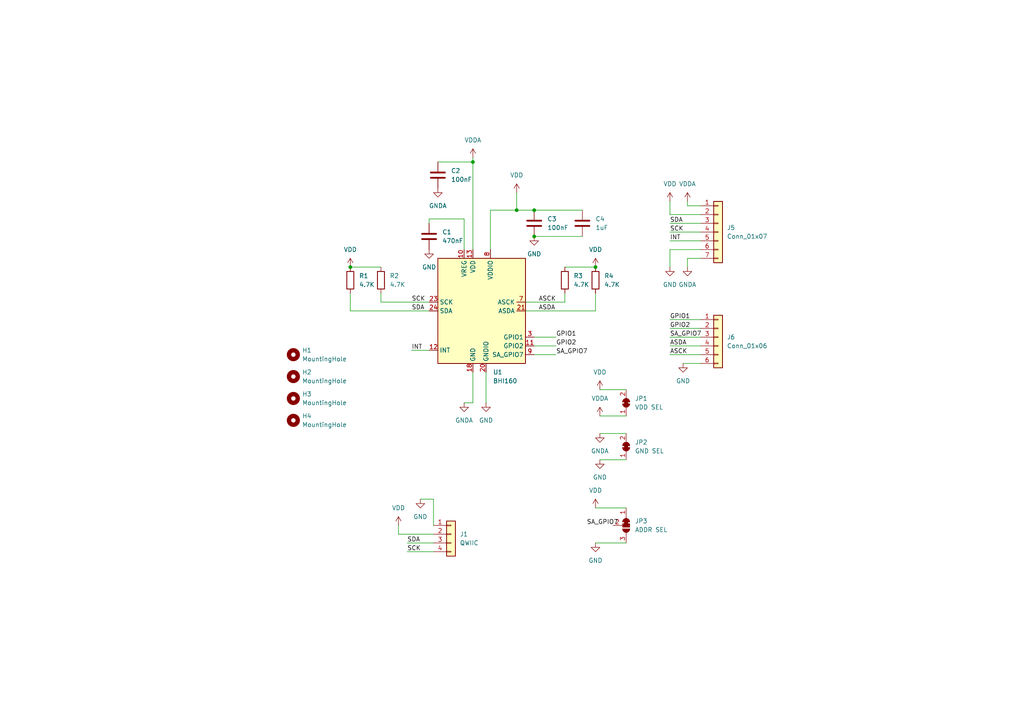
<source format=kicad_sch>
(kicad_sch (version 20211123) (generator eeschema)

  (uuid e63e39d7-6ac0-4ffd-8aa3-1841a4541b55)

  (paper "A4")

  (lib_symbols
    (symbol "Connector_Generic:Conn_01x04" (pin_names (offset 1.016) hide) (in_bom yes) (on_board yes)
      (property "Reference" "J" (id 0) (at 0 5.08 0)
        (effects (font (size 1.27 1.27)))
      )
      (property "Value" "Conn_01x04" (id 1) (at 0 -7.62 0)
        (effects (font (size 1.27 1.27)))
      )
      (property "Footprint" "" (id 2) (at 0 0 0)
        (effects (font (size 1.27 1.27)) hide)
      )
      (property "Datasheet" "~" (id 3) (at 0 0 0)
        (effects (font (size 1.27 1.27)) hide)
      )
      (property "ki_keywords" "connector" (id 4) (at 0 0 0)
        (effects (font (size 1.27 1.27)) hide)
      )
      (property "ki_description" "Generic connector, single row, 01x04, script generated (kicad-library-utils/schlib/autogen/connector/)" (id 5) (at 0 0 0)
        (effects (font (size 1.27 1.27)) hide)
      )
      (property "ki_fp_filters" "Connector*:*_1x??_*" (id 6) (at 0 0 0)
        (effects (font (size 1.27 1.27)) hide)
      )
      (symbol "Conn_01x04_1_1"
        (rectangle (start -1.27 -4.953) (end 0 -5.207)
          (stroke (width 0.1524) (type default) (color 0 0 0 0))
          (fill (type none))
        )
        (rectangle (start -1.27 -2.413) (end 0 -2.667)
          (stroke (width 0.1524) (type default) (color 0 0 0 0))
          (fill (type none))
        )
        (rectangle (start -1.27 0.127) (end 0 -0.127)
          (stroke (width 0.1524) (type default) (color 0 0 0 0))
          (fill (type none))
        )
        (rectangle (start -1.27 2.667) (end 0 2.413)
          (stroke (width 0.1524) (type default) (color 0 0 0 0))
          (fill (type none))
        )
        (rectangle (start -1.27 3.81) (end 1.27 -6.35)
          (stroke (width 0.254) (type default) (color 0 0 0 0))
          (fill (type background))
        )
        (pin passive line (at -5.08 2.54 0) (length 3.81)
          (name "Pin_1" (effects (font (size 1.27 1.27))))
          (number "1" (effects (font (size 1.27 1.27))))
        )
        (pin passive line (at -5.08 0 0) (length 3.81)
          (name "Pin_2" (effects (font (size 1.27 1.27))))
          (number "2" (effects (font (size 1.27 1.27))))
        )
        (pin passive line (at -5.08 -2.54 0) (length 3.81)
          (name "Pin_3" (effects (font (size 1.27 1.27))))
          (number "3" (effects (font (size 1.27 1.27))))
        )
        (pin passive line (at -5.08 -5.08 0) (length 3.81)
          (name "Pin_4" (effects (font (size 1.27 1.27))))
          (number "4" (effects (font (size 1.27 1.27))))
        )
      )
    )
    (symbol "Connector_Generic:Conn_01x06" (pin_names (offset 1.016) hide) (in_bom yes) (on_board yes)
      (property "Reference" "J" (id 0) (at 0 7.62 0)
        (effects (font (size 1.27 1.27)))
      )
      (property "Value" "Conn_01x06" (id 1) (at 0 -10.16 0)
        (effects (font (size 1.27 1.27)))
      )
      (property "Footprint" "" (id 2) (at 0 0 0)
        (effects (font (size 1.27 1.27)) hide)
      )
      (property "Datasheet" "~" (id 3) (at 0 0 0)
        (effects (font (size 1.27 1.27)) hide)
      )
      (property "ki_keywords" "connector" (id 4) (at 0 0 0)
        (effects (font (size 1.27 1.27)) hide)
      )
      (property "ki_description" "Generic connector, single row, 01x06, script generated (kicad-library-utils/schlib/autogen/connector/)" (id 5) (at 0 0 0)
        (effects (font (size 1.27 1.27)) hide)
      )
      (property "ki_fp_filters" "Connector*:*_1x??_*" (id 6) (at 0 0 0)
        (effects (font (size 1.27 1.27)) hide)
      )
      (symbol "Conn_01x06_1_1"
        (rectangle (start -1.27 -7.493) (end 0 -7.747)
          (stroke (width 0.1524) (type default) (color 0 0 0 0))
          (fill (type none))
        )
        (rectangle (start -1.27 -4.953) (end 0 -5.207)
          (stroke (width 0.1524) (type default) (color 0 0 0 0))
          (fill (type none))
        )
        (rectangle (start -1.27 -2.413) (end 0 -2.667)
          (stroke (width 0.1524) (type default) (color 0 0 0 0))
          (fill (type none))
        )
        (rectangle (start -1.27 0.127) (end 0 -0.127)
          (stroke (width 0.1524) (type default) (color 0 0 0 0))
          (fill (type none))
        )
        (rectangle (start -1.27 2.667) (end 0 2.413)
          (stroke (width 0.1524) (type default) (color 0 0 0 0))
          (fill (type none))
        )
        (rectangle (start -1.27 5.207) (end 0 4.953)
          (stroke (width 0.1524) (type default) (color 0 0 0 0))
          (fill (type none))
        )
        (rectangle (start -1.27 6.35) (end 1.27 -8.89)
          (stroke (width 0.254) (type default) (color 0 0 0 0))
          (fill (type background))
        )
        (pin passive line (at -5.08 5.08 0) (length 3.81)
          (name "Pin_1" (effects (font (size 1.27 1.27))))
          (number "1" (effects (font (size 1.27 1.27))))
        )
        (pin passive line (at -5.08 2.54 0) (length 3.81)
          (name "Pin_2" (effects (font (size 1.27 1.27))))
          (number "2" (effects (font (size 1.27 1.27))))
        )
        (pin passive line (at -5.08 0 0) (length 3.81)
          (name "Pin_3" (effects (font (size 1.27 1.27))))
          (number "3" (effects (font (size 1.27 1.27))))
        )
        (pin passive line (at -5.08 -2.54 0) (length 3.81)
          (name "Pin_4" (effects (font (size 1.27 1.27))))
          (number "4" (effects (font (size 1.27 1.27))))
        )
        (pin passive line (at -5.08 -5.08 0) (length 3.81)
          (name "Pin_5" (effects (font (size 1.27 1.27))))
          (number "5" (effects (font (size 1.27 1.27))))
        )
        (pin passive line (at -5.08 -7.62 0) (length 3.81)
          (name "Pin_6" (effects (font (size 1.27 1.27))))
          (number "6" (effects (font (size 1.27 1.27))))
        )
      )
    )
    (symbol "Connector_Generic:Conn_01x07" (pin_names (offset 1.016) hide) (in_bom yes) (on_board yes)
      (property "Reference" "J" (id 0) (at 0 10.16 0)
        (effects (font (size 1.27 1.27)))
      )
      (property "Value" "Conn_01x07" (id 1) (at 0 -10.16 0)
        (effects (font (size 1.27 1.27)))
      )
      (property "Footprint" "" (id 2) (at 0 0 0)
        (effects (font (size 1.27 1.27)) hide)
      )
      (property "Datasheet" "~" (id 3) (at 0 0 0)
        (effects (font (size 1.27 1.27)) hide)
      )
      (property "ki_keywords" "connector" (id 4) (at 0 0 0)
        (effects (font (size 1.27 1.27)) hide)
      )
      (property "ki_description" "Generic connector, single row, 01x07, script generated (kicad-library-utils/schlib/autogen/connector/)" (id 5) (at 0 0 0)
        (effects (font (size 1.27 1.27)) hide)
      )
      (property "ki_fp_filters" "Connector*:*_1x??_*" (id 6) (at 0 0 0)
        (effects (font (size 1.27 1.27)) hide)
      )
      (symbol "Conn_01x07_1_1"
        (rectangle (start -1.27 -7.493) (end 0 -7.747)
          (stroke (width 0.1524) (type default) (color 0 0 0 0))
          (fill (type none))
        )
        (rectangle (start -1.27 -4.953) (end 0 -5.207)
          (stroke (width 0.1524) (type default) (color 0 0 0 0))
          (fill (type none))
        )
        (rectangle (start -1.27 -2.413) (end 0 -2.667)
          (stroke (width 0.1524) (type default) (color 0 0 0 0))
          (fill (type none))
        )
        (rectangle (start -1.27 0.127) (end 0 -0.127)
          (stroke (width 0.1524) (type default) (color 0 0 0 0))
          (fill (type none))
        )
        (rectangle (start -1.27 2.667) (end 0 2.413)
          (stroke (width 0.1524) (type default) (color 0 0 0 0))
          (fill (type none))
        )
        (rectangle (start -1.27 5.207) (end 0 4.953)
          (stroke (width 0.1524) (type default) (color 0 0 0 0))
          (fill (type none))
        )
        (rectangle (start -1.27 7.747) (end 0 7.493)
          (stroke (width 0.1524) (type default) (color 0 0 0 0))
          (fill (type none))
        )
        (rectangle (start -1.27 8.89) (end 1.27 -8.89)
          (stroke (width 0.254) (type default) (color 0 0 0 0))
          (fill (type background))
        )
        (pin passive line (at -5.08 7.62 0) (length 3.81)
          (name "Pin_1" (effects (font (size 1.27 1.27))))
          (number "1" (effects (font (size 1.27 1.27))))
        )
        (pin passive line (at -5.08 5.08 0) (length 3.81)
          (name "Pin_2" (effects (font (size 1.27 1.27))))
          (number "2" (effects (font (size 1.27 1.27))))
        )
        (pin passive line (at -5.08 2.54 0) (length 3.81)
          (name "Pin_3" (effects (font (size 1.27 1.27))))
          (number "3" (effects (font (size 1.27 1.27))))
        )
        (pin passive line (at -5.08 0 0) (length 3.81)
          (name "Pin_4" (effects (font (size 1.27 1.27))))
          (number "4" (effects (font (size 1.27 1.27))))
        )
        (pin passive line (at -5.08 -2.54 0) (length 3.81)
          (name "Pin_5" (effects (font (size 1.27 1.27))))
          (number "5" (effects (font (size 1.27 1.27))))
        )
        (pin passive line (at -5.08 -5.08 0) (length 3.81)
          (name "Pin_6" (effects (font (size 1.27 1.27))))
          (number "6" (effects (font (size 1.27 1.27))))
        )
        (pin passive line (at -5.08 -7.62 0) (length 3.81)
          (name "Pin_7" (effects (font (size 1.27 1.27))))
          (number "7" (effects (font (size 1.27 1.27))))
        )
      )
    )
    (symbol "Device:C" (pin_numbers hide) (pin_names (offset 0.254)) (in_bom yes) (on_board yes)
      (property "Reference" "C" (id 0) (at 0.635 2.54 0)
        (effects (font (size 1.27 1.27)) (justify left))
      )
      (property "Value" "C" (id 1) (at 0.635 -2.54 0)
        (effects (font (size 1.27 1.27)) (justify left))
      )
      (property "Footprint" "" (id 2) (at 0.9652 -3.81 0)
        (effects (font (size 1.27 1.27)) hide)
      )
      (property "Datasheet" "~" (id 3) (at 0 0 0)
        (effects (font (size 1.27 1.27)) hide)
      )
      (property "ki_keywords" "cap capacitor" (id 4) (at 0 0 0)
        (effects (font (size 1.27 1.27)) hide)
      )
      (property "ki_description" "Unpolarized capacitor" (id 5) (at 0 0 0)
        (effects (font (size 1.27 1.27)) hide)
      )
      (property "ki_fp_filters" "C_*" (id 6) (at 0 0 0)
        (effects (font (size 1.27 1.27)) hide)
      )
      (symbol "C_0_1"
        (polyline
          (pts
            (xy -2.032 -0.762)
            (xy 2.032 -0.762)
          )
          (stroke (width 0.508) (type default) (color 0 0 0 0))
          (fill (type none))
        )
        (polyline
          (pts
            (xy -2.032 0.762)
            (xy 2.032 0.762)
          )
          (stroke (width 0.508) (type default) (color 0 0 0 0))
          (fill (type none))
        )
      )
      (symbol "C_1_1"
        (pin passive line (at 0 3.81 270) (length 2.794)
          (name "~" (effects (font (size 1.27 1.27))))
          (number "1" (effects (font (size 1.27 1.27))))
        )
        (pin passive line (at 0 -3.81 90) (length 2.794)
          (name "~" (effects (font (size 1.27 1.27))))
          (number "2" (effects (font (size 1.27 1.27))))
        )
      )
    )
    (symbol "Device:R" (pin_numbers hide) (pin_names (offset 0)) (in_bom yes) (on_board yes)
      (property "Reference" "R" (id 0) (at 2.032 0 90)
        (effects (font (size 1.27 1.27)))
      )
      (property "Value" "R" (id 1) (at 0 0 90)
        (effects (font (size 1.27 1.27)))
      )
      (property "Footprint" "" (id 2) (at -1.778 0 90)
        (effects (font (size 1.27 1.27)) hide)
      )
      (property "Datasheet" "~" (id 3) (at 0 0 0)
        (effects (font (size 1.27 1.27)) hide)
      )
      (property "ki_keywords" "R res resistor" (id 4) (at 0 0 0)
        (effects (font (size 1.27 1.27)) hide)
      )
      (property "ki_description" "Resistor" (id 5) (at 0 0 0)
        (effects (font (size 1.27 1.27)) hide)
      )
      (property "ki_fp_filters" "R_*" (id 6) (at 0 0 0)
        (effects (font (size 1.27 1.27)) hide)
      )
      (symbol "R_0_1"
        (rectangle (start -1.016 -2.54) (end 1.016 2.54)
          (stroke (width 0.254) (type default) (color 0 0 0 0))
          (fill (type none))
        )
      )
      (symbol "R_1_1"
        (pin passive line (at 0 3.81 270) (length 1.27)
          (name "~" (effects (font (size 1.27 1.27))))
          (number "1" (effects (font (size 1.27 1.27))))
        )
        (pin passive line (at 0 -3.81 90) (length 1.27)
          (name "~" (effects (font (size 1.27 1.27))))
          (number "2" (effects (font (size 1.27 1.27))))
        )
      )
    )
    (symbol "Jumper:SolderJumper_2_Bridged" (pin_names (offset 0) hide) (in_bom yes) (on_board yes)
      (property "Reference" "JP" (id 0) (at 0 2.032 0)
        (effects (font (size 1.27 1.27)))
      )
      (property "Value" "SolderJumper_2_Bridged" (id 1) (at 0 -2.54 0)
        (effects (font (size 1.27 1.27)))
      )
      (property "Footprint" "" (id 2) (at 0 0 0)
        (effects (font (size 1.27 1.27)) hide)
      )
      (property "Datasheet" "~" (id 3) (at 0 0 0)
        (effects (font (size 1.27 1.27)) hide)
      )
      (property "ki_keywords" "solder jumper SPST" (id 4) (at 0 0 0)
        (effects (font (size 1.27 1.27)) hide)
      )
      (property "ki_description" "Solder Jumper, 2-pole, closed/bridged" (id 5) (at 0 0 0)
        (effects (font (size 1.27 1.27)) hide)
      )
      (property "ki_fp_filters" "SolderJumper*Bridged*" (id 6) (at 0 0 0)
        (effects (font (size 1.27 1.27)) hide)
      )
      (symbol "SolderJumper_2_Bridged_0_1"
        (rectangle (start -0.508 0.508) (end 0.508 -0.508)
          (stroke (width 0) (type default) (color 0 0 0 0))
          (fill (type outline))
        )
        (arc (start -0.254 1.016) (mid -1.27 0) (end -0.254 -1.016)
          (stroke (width 0) (type default) (color 0 0 0 0))
          (fill (type none))
        )
        (arc (start -0.254 1.016) (mid -1.27 0) (end -0.254 -1.016)
          (stroke (width 0) (type default) (color 0 0 0 0))
          (fill (type outline))
        )
        (polyline
          (pts
            (xy -0.254 1.016)
            (xy -0.254 -1.016)
          )
          (stroke (width 0) (type default) (color 0 0 0 0))
          (fill (type none))
        )
        (polyline
          (pts
            (xy 0.254 1.016)
            (xy 0.254 -1.016)
          )
          (stroke (width 0) (type default) (color 0 0 0 0))
          (fill (type none))
        )
        (arc (start 0.254 -1.016) (mid 1.27 0) (end 0.254 1.016)
          (stroke (width 0) (type default) (color 0 0 0 0))
          (fill (type none))
        )
        (arc (start 0.254 -1.016) (mid 1.27 0) (end 0.254 1.016)
          (stroke (width 0) (type default) (color 0 0 0 0))
          (fill (type outline))
        )
      )
      (symbol "SolderJumper_2_Bridged_1_1"
        (pin passive line (at -3.81 0 0) (length 2.54)
          (name "A" (effects (font (size 1.27 1.27))))
          (number "1" (effects (font (size 1.27 1.27))))
        )
        (pin passive line (at 3.81 0 180) (length 2.54)
          (name "B" (effects (font (size 1.27 1.27))))
          (number "2" (effects (font (size 1.27 1.27))))
        )
      )
    )
    (symbol "Jumper:SolderJumper_3_Bridged12" (pin_names (offset 0) hide) (in_bom yes) (on_board yes)
      (property "Reference" "JP" (id 0) (at -2.54 -2.54 0)
        (effects (font (size 1.27 1.27)))
      )
      (property "Value" "SolderJumper_3_Bridged12" (id 1) (at 0 2.794 0)
        (effects (font (size 1.27 1.27)))
      )
      (property "Footprint" "" (id 2) (at 0 0 0)
        (effects (font (size 1.27 1.27)) hide)
      )
      (property "Datasheet" "~" (id 3) (at 0 0 0)
        (effects (font (size 1.27 1.27)) hide)
      )
      (property "ki_keywords" "Solder Jumper SPDT" (id 4) (at 0 0 0)
        (effects (font (size 1.27 1.27)) hide)
      )
      (property "ki_description" "3-pole Solder Jumper, pins 1+2 closed/bridged" (id 5) (at 0 0 0)
        (effects (font (size 1.27 1.27)) hide)
      )
      (property "ki_fp_filters" "SolderJumper*Bridged12*" (id 6) (at 0 0 0)
        (effects (font (size 1.27 1.27)) hide)
      )
      (symbol "SolderJumper_3_Bridged12_0_1"
        (rectangle (start -1.016 0.508) (end -0.508 -0.508)
          (stroke (width 0) (type default) (color 0 0 0 0))
          (fill (type outline))
        )
        (arc (start -1.016 1.016) (mid -2.032 0) (end -1.016 -1.016)
          (stroke (width 0) (type default) (color 0 0 0 0))
          (fill (type none))
        )
        (arc (start -1.016 1.016) (mid -2.032 0) (end -1.016 -1.016)
          (stroke (width 0) (type default) (color 0 0 0 0))
          (fill (type outline))
        )
        (rectangle (start -0.508 1.016) (end 0.508 -1.016)
          (stroke (width 0) (type default) (color 0 0 0 0))
          (fill (type outline))
        )
        (polyline
          (pts
            (xy -2.54 0)
            (xy -2.032 0)
          )
          (stroke (width 0) (type default) (color 0 0 0 0))
          (fill (type none))
        )
        (polyline
          (pts
            (xy -1.016 1.016)
            (xy -1.016 -1.016)
          )
          (stroke (width 0) (type default) (color 0 0 0 0))
          (fill (type none))
        )
        (polyline
          (pts
            (xy 0 -1.27)
            (xy 0 -1.016)
          )
          (stroke (width 0) (type default) (color 0 0 0 0))
          (fill (type none))
        )
        (polyline
          (pts
            (xy 1.016 1.016)
            (xy 1.016 -1.016)
          )
          (stroke (width 0) (type default) (color 0 0 0 0))
          (fill (type none))
        )
        (polyline
          (pts
            (xy 2.54 0)
            (xy 2.032 0)
          )
          (stroke (width 0) (type default) (color 0 0 0 0))
          (fill (type none))
        )
        (arc (start 1.016 -1.016) (mid 2.032 0) (end 1.016 1.016)
          (stroke (width 0) (type default) (color 0 0 0 0))
          (fill (type none))
        )
        (arc (start 1.016 -1.016) (mid 2.032 0) (end 1.016 1.016)
          (stroke (width 0) (type default) (color 0 0 0 0))
          (fill (type outline))
        )
      )
      (symbol "SolderJumper_3_Bridged12_1_1"
        (pin passive line (at -5.08 0 0) (length 2.54)
          (name "A" (effects (font (size 1.27 1.27))))
          (number "1" (effects (font (size 1.27 1.27))))
        )
        (pin passive line (at 0 -3.81 90) (length 2.54)
          (name "C" (effects (font (size 1.27 1.27))))
          (number "2" (effects (font (size 1.27 1.27))))
        )
        (pin passive line (at 5.08 0 180) (length 2.54)
          (name "B" (effects (font (size 1.27 1.27))))
          (number "3" (effects (font (size 1.27 1.27))))
        )
      )
    )
    (symbol "Mechanical:MountingHole" (pin_names (offset 1.016)) (in_bom yes) (on_board yes)
      (property "Reference" "H" (id 0) (at 0 5.08 0)
        (effects (font (size 1.27 1.27)))
      )
      (property "Value" "MountingHole" (id 1) (at 0 3.175 0)
        (effects (font (size 1.27 1.27)))
      )
      (property "Footprint" "" (id 2) (at 0 0 0)
        (effects (font (size 1.27 1.27)) hide)
      )
      (property "Datasheet" "~" (id 3) (at 0 0 0)
        (effects (font (size 1.27 1.27)) hide)
      )
      (property "ki_keywords" "mounting hole" (id 4) (at 0 0 0)
        (effects (font (size 1.27 1.27)) hide)
      )
      (property "ki_description" "Mounting Hole without connection" (id 5) (at 0 0 0)
        (effects (font (size 1.27 1.27)) hide)
      )
      (property "ki_fp_filters" "MountingHole*" (id 6) (at 0 0 0)
        (effects (font (size 1.27 1.27)) hide)
      )
      (symbol "MountingHole_0_1"
        (circle (center 0 0) (radius 1.27)
          (stroke (width 1.27) (type default) (color 0 0 0 0))
          (fill (type none))
        )
      )
    )
    (symbol "bhi160:BHI160" (in_bom yes) (on_board yes)
      (property "Reference" "U" (id 0) (at -11.43 16.51 0)
        (effects (font (size 1.27 1.27)) (justify right))
      )
      (property "Value" "BHI160" (id 1) (at 12.7 16.51 0)
        (effects (font (size 1.27 1.27)) (justify right))
      )
      (property "Footprint" "Package_LGA:LGA-24_3x3mm_P0.4mm" (id 2) (at 6.35 -16.51 0)
        (effects (font (size 1.27 1.27)) (justify left) hide)
      )
      (property "Datasheet" "https://www.bosch-sensortec.com/media/boschsensortec/downloads/datasheets/bst-bhi160b-ds000.pdf" (id 3) (at 3.81 35.56 0)
        (effects (font (size 1.27 1.27)) hide)
      )
      (property "ki_keywords" "IMU, Sensor Fusion, I2C, UART" (id 4) (at 0 0 0)
        (effects (font (size 1.27 1.27)) hide)
      )
      (property "ki_description" "Intelligent 9-axis absolute orientation sensor, LGA-28" (id 5) (at 0 0 0)
        (effects (font (size 1.27 1.27)) hide)
      )
      (property "ki_fp_filters" "LGA*5.2x3.8mm*P0.5mm*" (id 6) (at 0 0 0)
        (effects (font (size 1.27 1.27)) hide)
      )
      (symbol "BHI160_0_1"
        (rectangle (start -12.7 15.24) (end 12.7 -15.24)
          (stroke (width 0.254) (type default) (color 0 0 0 0))
          (fill (type background))
        )
      )
      (symbol "BHI160_1_1"
        (pin no_connect line (at -12.7 12.7 0) (length 2.54) hide
          (name "NC" (effects (font (size 1.27 1.27))))
          (number "1" (effects (font (size 1.27 1.27))))
        )
        (pin power_in line (at -5.08 17.78 270) (length 2.54)
          (name "VREG" (effects (font (size 1.27 1.27))))
          (number "10" (effects (font (size 1.27 1.27))))
        )
        (pin input line (at 15.24 -10.16 180) (length 2.54)
          (name "GPIO2" (effects (font (size 1.27 1.27))))
          (number "11" (effects (font (size 1.27 1.27))))
        )
        (pin output line (at -15.24 -11.43 0) (length 2.54)
          (name "INT" (effects (font (size 1.27 1.27))))
          (number "12" (effects (font (size 1.27 1.27))))
        )
        (pin power_in line (at -2.54 17.78 270) (length 2.54)
          (name "VDD" (effects (font (size 1.27 1.27))))
          (number "13" (effects (font (size 1.27 1.27))))
        )
        (pin no_connect line (at 12.7 12.7 180) (length 2.54) hide
          (name "NC" (effects (font (size 1.27 1.27))))
          (number "14" (effects (font (size 1.27 1.27))))
        )
        (pin no_connect line (at 12.7 10.16 180) (length 2.54) hide
          (name "NC" (effects (font (size 1.27 1.27))))
          (number "15" (effects (font (size 1.27 1.27))))
        )
        (pin no_connect line (at 12.7 7.62 180) (length 2.54) hide
          (name "NC" (effects (font (size 1.27 1.27))))
          (number "16" (effects (font (size 1.27 1.27))))
        )
        (pin no_connect line (at 12.7 5.08 180) (length 2.54) hide
          (name "NC" (effects (font (size 1.27 1.27))))
          (number "17" (effects (font (size 1.27 1.27))))
        )
        (pin power_in line (at -2.54 -17.78 90) (length 2.54)
          (name "GND" (effects (font (size 1.27 1.27))))
          (number "18" (effects (font (size 1.27 1.27))))
        )
        (pin no_connect line (at 12.7 -2.54 180) (length 2.54) hide
          (name "NC" (effects (font (size 1.27 1.27))))
          (number "19" (effects (font (size 1.27 1.27))))
        )
        (pin no_connect line (at -12.7 5.08 0) (length 2.54) hide
          (name "DNC" (effects (font (size 1.27 1.27))))
          (number "2" (effects (font (size 1.27 1.27))))
        )
        (pin power_in line (at 1.27 -17.78 90) (length 2.54)
          (name "GNDIO" (effects (font (size 1.27 1.27))))
          (number "20" (effects (font (size 1.27 1.27))))
        )
        (pin bidirectional line (at 12.7 0 180) (length 2.54)
          (name "ASDA" (effects (font (size 1.27 1.27))))
          (number "21" (effects (font (size 1.27 1.27))))
        )
        (pin no_connect line (at -12.7 -7.62 0) (length 2.54) hide
          (name "RESV4" (effects (font (size 1.27 1.27))))
          (number "22" (effects (font (size 1.27 1.27))))
        )
        (pin bidirectional line (at -15.24 2.54 0) (length 2.54)
          (name "SCK" (effects (font (size 1.27 1.27))))
          (number "23" (effects (font (size 1.27 1.27))))
        )
        (pin bidirectional line (at -15.24 0 0) (length 2.54)
          (name "SDA" (effects (font (size 1.27 1.27))))
          (number "24" (effects (font (size 1.27 1.27))))
        )
        (pin input line (at 15.24 -7.62 180) (length 2.54)
          (name "GPIO1" (effects (font (size 1.27 1.27))))
          (number "3" (effects (font (size 1.27 1.27))))
        )
        (pin no_connect line (at -12.7 -2.54 0) (length 2.54) hide
          (name "RESV2" (effects (font (size 1.27 1.27))))
          (number "4" (effects (font (size 1.27 1.27))))
        )
        (pin no_connect line (at -12.7 -5.08 0) (length 2.54) hide
          (name "RESV3" (effects (font (size 1.27 1.27))))
          (number "5" (effects (font (size 1.27 1.27))))
        )
        (pin no_connect line (at -12.7 10.16 0) (length 2.54) hide
          (name "NC" (effects (font (size 1.27 1.27))))
          (number "6" (effects (font (size 1.27 1.27))))
        )
        (pin bidirectional line (at 12.7 2.54 180) (length 2.54)
          (name "ASCK" (effects (font (size 1.27 1.27))))
          (number "7" (effects (font (size 1.27 1.27))))
        )
        (pin power_in line (at 2.54 17.78 270) (length 2.54)
          (name "VDDIO" (effects (font (size 1.27 1.27))))
          (number "8" (effects (font (size 1.27 1.27))))
        )
        (pin passive line (at 15.24 -12.7 180) (length 2.54)
          (name "SA_GPIO7" (effects (font (size 1.27 1.27))))
          (number "9" (effects (font (size 1.27 1.27))))
        )
      )
    )
    (symbol "power:GND" (power) (pin_names (offset 0)) (in_bom yes) (on_board yes)
      (property "Reference" "#PWR" (id 0) (at 0 -6.35 0)
        (effects (font (size 1.27 1.27)) hide)
      )
      (property "Value" "GND" (id 1) (at 0 -3.81 0)
        (effects (font (size 1.27 1.27)))
      )
      (property "Footprint" "" (id 2) (at 0 0 0)
        (effects (font (size 1.27 1.27)) hide)
      )
      (property "Datasheet" "" (id 3) (at 0 0 0)
        (effects (font (size 1.27 1.27)) hide)
      )
      (property "ki_keywords" "power-flag" (id 4) (at 0 0 0)
        (effects (font (size 1.27 1.27)) hide)
      )
      (property "ki_description" "Power symbol creates a global label with name \"GND\" , ground" (id 5) (at 0 0 0)
        (effects (font (size 1.27 1.27)) hide)
      )
      (symbol "GND_0_1"
        (polyline
          (pts
            (xy 0 0)
            (xy 0 -1.27)
            (xy 1.27 -1.27)
            (xy 0 -2.54)
            (xy -1.27 -1.27)
            (xy 0 -1.27)
          )
          (stroke (width 0) (type default) (color 0 0 0 0))
          (fill (type none))
        )
      )
      (symbol "GND_1_1"
        (pin power_in line (at 0 0 270) (length 0) hide
          (name "GND" (effects (font (size 1.27 1.27))))
          (number "1" (effects (font (size 1.27 1.27))))
        )
      )
    )
    (symbol "power:GNDA" (power) (pin_names (offset 0)) (in_bom yes) (on_board yes)
      (property "Reference" "#PWR" (id 0) (at 0 -6.35 0)
        (effects (font (size 1.27 1.27)) hide)
      )
      (property "Value" "GNDA" (id 1) (at 0 -3.81 0)
        (effects (font (size 1.27 1.27)))
      )
      (property "Footprint" "" (id 2) (at 0 0 0)
        (effects (font (size 1.27 1.27)) hide)
      )
      (property "Datasheet" "" (id 3) (at 0 0 0)
        (effects (font (size 1.27 1.27)) hide)
      )
      (property "ki_keywords" "power-flag" (id 4) (at 0 0 0)
        (effects (font (size 1.27 1.27)) hide)
      )
      (property "ki_description" "Power symbol creates a global label with name \"GNDA\" , analog ground" (id 5) (at 0 0 0)
        (effects (font (size 1.27 1.27)) hide)
      )
      (symbol "GNDA_0_1"
        (polyline
          (pts
            (xy 0 0)
            (xy 0 -1.27)
            (xy 1.27 -1.27)
            (xy 0 -2.54)
            (xy -1.27 -1.27)
            (xy 0 -1.27)
          )
          (stroke (width 0) (type default) (color 0 0 0 0))
          (fill (type none))
        )
      )
      (symbol "GNDA_1_1"
        (pin power_in line (at 0 0 270) (length 0) hide
          (name "GNDA" (effects (font (size 1.27 1.27))))
          (number "1" (effects (font (size 1.27 1.27))))
        )
      )
    )
    (symbol "power:VDD" (power) (pin_names (offset 0)) (in_bom yes) (on_board yes)
      (property "Reference" "#PWR" (id 0) (at 0 -3.81 0)
        (effects (font (size 1.27 1.27)) hide)
      )
      (property "Value" "VDD" (id 1) (at 0 3.81 0)
        (effects (font (size 1.27 1.27)))
      )
      (property "Footprint" "" (id 2) (at 0 0 0)
        (effects (font (size 1.27 1.27)) hide)
      )
      (property "Datasheet" "" (id 3) (at 0 0 0)
        (effects (font (size 1.27 1.27)) hide)
      )
      (property "ki_keywords" "power-flag" (id 4) (at 0 0 0)
        (effects (font (size 1.27 1.27)) hide)
      )
      (property "ki_description" "Power symbol creates a global label with name \"VDD\"" (id 5) (at 0 0 0)
        (effects (font (size 1.27 1.27)) hide)
      )
      (symbol "VDD_0_1"
        (polyline
          (pts
            (xy -0.762 1.27)
            (xy 0 2.54)
          )
          (stroke (width 0) (type default) (color 0 0 0 0))
          (fill (type none))
        )
        (polyline
          (pts
            (xy 0 0)
            (xy 0 2.54)
          )
          (stroke (width 0) (type default) (color 0 0 0 0))
          (fill (type none))
        )
        (polyline
          (pts
            (xy 0 2.54)
            (xy 0.762 1.27)
          )
          (stroke (width 0) (type default) (color 0 0 0 0))
          (fill (type none))
        )
      )
      (symbol "VDD_1_1"
        (pin power_in line (at 0 0 90) (length 0) hide
          (name "VDD" (effects (font (size 1.27 1.27))))
          (number "1" (effects (font (size 1.27 1.27))))
        )
      )
    )
    (symbol "power:VDDA" (power) (pin_names (offset 0)) (in_bom yes) (on_board yes)
      (property "Reference" "#PWR" (id 0) (at 0 -3.81 0)
        (effects (font (size 1.27 1.27)) hide)
      )
      (property "Value" "VDDA" (id 1) (at 0 3.81 0)
        (effects (font (size 1.27 1.27)))
      )
      (property "Footprint" "" (id 2) (at 0 0 0)
        (effects (font (size 1.27 1.27)) hide)
      )
      (property "Datasheet" "" (id 3) (at 0 0 0)
        (effects (font (size 1.27 1.27)) hide)
      )
      (property "ki_keywords" "power-flag" (id 4) (at 0 0 0)
        (effects (font (size 1.27 1.27)) hide)
      )
      (property "ki_description" "Power symbol creates a global label with name \"VDDA\"" (id 5) (at 0 0 0)
        (effects (font (size 1.27 1.27)) hide)
      )
      (symbol "VDDA_0_1"
        (polyline
          (pts
            (xy -0.762 1.27)
            (xy 0 2.54)
          )
          (stroke (width 0) (type default) (color 0 0 0 0))
          (fill (type none))
        )
        (polyline
          (pts
            (xy 0 0)
            (xy 0 2.54)
          )
          (stroke (width 0) (type default) (color 0 0 0 0))
          (fill (type none))
        )
        (polyline
          (pts
            (xy 0 2.54)
            (xy 0.762 1.27)
          )
          (stroke (width 0) (type default) (color 0 0 0 0))
          (fill (type none))
        )
      )
      (symbol "VDDA_1_1"
        (pin power_in line (at 0 0 90) (length 0) hide
          (name "VDDA" (effects (font (size 1.27 1.27))))
          (number "1" (effects (font (size 1.27 1.27))))
        )
      )
    )
  )

  (junction (at 154.94 60.96) (diameter 0) (color 0 0 0 0)
    (uuid 0a62740e-89ef-497c-abe4-5bf005279716)
  )
  (junction (at 137.16 46.99) (diameter 0) (color 0 0 0 0)
    (uuid 5287f433-9893-45fa-a242-6e4d28397cc5)
  )
  (junction (at 154.94 68.58) (diameter 0) (color 0 0 0 0)
    (uuid 5638a854-cc54-42cd-859c-0a8c815adabd)
  )
  (junction (at 101.6 77.47) (diameter 0) (color 0 0 0 0)
    (uuid 60c25864-4952-42dd-a9ac-b7b7606c226a)
  )
  (junction (at 172.72 77.47) (diameter 0) (color 0 0 0 0)
    (uuid 612c921d-1f70-4d61-a276-961b8cd50c94)
  )
  (junction (at 149.86 60.96) (diameter 0) (color 0 0 0 0)
    (uuid 94ff215c-3484-4a1e-a7bd-66171b1fc7df)
  )

  (wire (pts (xy 198.12 105.41) (xy 203.2 105.41))
    (stroke (width 0) (type default) (color 0 0 0 0))
    (uuid 0081919e-6dd8-4f00-bb29-81be5d62d0e5)
  )
  (wire (pts (xy 110.49 87.63) (xy 110.49 85.09))
    (stroke (width 0) (type default) (color 0 0 0 0))
    (uuid 01d48320-242d-4663-8d41-03103c47a7b9)
  )
  (wire (pts (xy 194.31 58.42) (xy 194.31 62.23))
    (stroke (width 0) (type default) (color 0 0 0 0))
    (uuid 036f501f-997d-45eb-a1a8-da60f16edcba)
  )
  (wire (pts (xy 173.99 113.03) (xy 181.61 113.03))
    (stroke (width 0) (type default) (color 0 0 0 0))
    (uuid 0661a235-0062-4a29-abb4-022f7296055f)
  )
  (wire (pts (xy 154.94 60.96) (xy 168.91 60.96))
    (stroke (width 0) (type default) (color 0 0 0 0))
    (uuid 07c494ef-cf96-4261-9c43-134fef1bf13f)
  )
  (wire (pts (xy 152.4 90.17) (xy 172.72 90.17))
    (stroke (width 0) (type default) (color 0 0 0 0))
    (uuid 0a26ad95-5186-40e4-9dcb-db94646a21e9)
  )
  (wire (pts (xy 115.57 154.94) (xy 125.73 154.94))
    (stroke (width 0) (type default) (color 0 0 0 0))
    (uuid 0b5c5f9f-e2f8-48dc-8e26-011046b41b79)
  )
  (wire (pts (xy 101.6 90.17) (xy 124.46 90.17))
    (stroke (width 0) (type default) (color 0 0 0 0))
    (uuid 0bedad37-3e3c-4266-b4c1-07c7e3d0463e)
  )
  (wire (pts (xy 173.99 120.65) (xy 181.61 120.65))
    (stroke (width 0) (type default) (color 0 0 0 0))
    (uuid 1491f91e-e3f4-4c76-a0d5-857cb26475d4)
  )
  (wire (pts (xy 125.73 152.4) (xy 125.73 144.78))
    (stroke (width 0) (type default) (color 0 0 0 0))
    (uuid 1eb2fb5f-bb11-4700-8355-7466f2b6dd9a)
  )
  (wire (pts (xy 194.31 69.85) (xy 203.2 69.85))
    (stroke (width 0) (type default) (color 0 0 0 0))
    (uuid 231a5c49-db5b-4802-b93a-d113357233ab)
  )
  (wire (pts (xy 172.72 90.17) (xy 172.72 85.09))
    (stroke (width 0) (type default) (color 0 0 0 0))
    (uuid 233037f5-2e53-477c-9bfa-442af515bdd1)
  )
  (wire (pts (xy 172.72 157.48) (xy 181.61 157.48))
    (stroke (width 0) (type default) (color 0 0 0 0))
    (uuid 26e8368d-460f-4154-ae2d-15cc3e2ed5e7)
  )
  (wire (pts (xy 127 46.99) (xy 137.16 46.99))
    (stroke (width 0) (type default) (color 0 0 0 0))
    (uuid 3a1f602f-d068-49b2-86f2-81805c680210)
  )
  (wire (pts (xy 163.83 85.09) (xy 163.83 87.63))
    (stroke (width 0) (type default) (color 0 0 0 0))
    (uuid 4611f001-4b1c-44f8-962d-5c0992ecac2a)
  )
  (wire (pts (xy 173.99 133.35) (xy 181.61 133.35))
    (stroke (width 0) (type default) (color 0 0 0 0))
    (uuid 49569808-819f-42a7-9aff-2cd0843a02ca)
  )
  (wire (pts (xy 134.62 116.84) (xy 137.16 116.84))
    (stroke (width 0) (type default) (color 0 0 0 0))
    (uuid 4b754865-ebf1-4c73-9001-25673286beaa)
  )
  (wire (pts (xy 119.38 101.6) (xy 124.46 101.6))
    (stroke (width 0) (type default) (color 0 0 0 0))
    (uuid 5323ebec-62f4-48a2-869e-cce5acd0425f)
  )
  (wire (pts (xy 115.57 152.4) (xy 115.57 154.94))
    (stroke (width 0) (type default) (color 0 0 0 0))
    (uuid 5b66684c-24e9-43b3-b020-e4d8ab6e8c39)
  )
  (wire (pts (xy 124.46 63.5) (xy 124.46 64.77))
    (stroke (width 0) (type default) (color 0 0 0 0))
    (uuid 6b709966-0e41-4af1-8a53-4fbba373e953)
  )
  (wire (pts (xy 194.31 97.79) (xy 203.2 97.79))
    (stroke (width 0) (type default) (color 0 0 0 0))
    (uuid 6bc0c4e4-8c37-4283-9083-2fd3a4acd938)
  )
  (wire (pts (xy 154.94 97.79) (xy 161.29 97.79))
    (stroke (width 0) (type default) (color 0 0 0 0))
    (uuid 7a726b86-51ea-47f5-8791-6230e0b4d2d7)
  )
  (wire (pts (xy 101.6 77.47) (xy 110.49 77.47))
    (stroke (width 0) (type default) (color 0 0 0 0))
    (uuid 800a0b3c-3cb7-4d2d-9dd9-d6fb0311840e)
  )
  (wire (pts (xy 199.39 59.69) (xy 203.2 59.69))
    (stroke (width 0) (type default) (color 0 0 0 0))
    (uuid 85d38892-e79e-4454-b067-a0ebfe581c17)
  )
  (wire (pts (xy 154.94 68.58) (xy 168.91 68.58))
    (stroke (width 0) (type default) (color 0 0 0 0))
    (uuid 86458af8-a5ec-4b90-a0e6-eda0c7b1a3a3)
  )
  (wire (pts (xy 194.31 62.23) (xy 203.2 62.23))
    (stroke (width 0) (type default) (color 0 0 0 0))
    (uuid 88d8994c-81eb-49c7-80e9-ea1a8b246dab)
  )
  (wire (pts (xy 194.31 102.87) (xy 203.2 102.87))
    (stroke (width 0) (type default) (color 0 0 0 0))
    (uuid 8e353392-f15e-4baf-84f3-c85e74806d6b)
  )
  (wire (pts (xy 173.99 125.73) (xy 181.61 125.73))
    (stroke (width 0) (type default) (color 0 0 0 0))
    (uuid 936f4ca3-67f8-47fd-bb2c-2df31630f01e)
  )
  (wire (pts (xy 137.16 116.84) (xy 137.16 107.95))
    (stroke (width 0) (type default) (color 0 0 0 0))
    (uuid 9c54db10-fb84-4930-8f79-05bc9be3d252)
  )
  (wire (pts (xy 199.39 77.47) (xy 199.39 74.93))
    (stroke (width 0) (type default) (color 0 0 0 0))
    (uuid a17c60b0-33cb-4b53-b827-624bfb5c1659)
  )
  (wire (pts (xy 118.11 157.48) (xy 125.73 157.48))
    (stroke (width 0) (type default) (color 0 0 0 0))
    (uuid a3b26ddc-9b63-4f13-b3ca-1e0777ba331b)
  )
  (wire (pts (xy 194.31 100.33) (xy 203.2 100.33))
    (stroke (width 0) (type default) (color 0 0 0 0))
    (uuid a5e3968b-8caa-42e8-b46f-be23ba51952a)
  )
  (wire (pts (xy 142.24 60.96) (xy 142.24 72.39))
    (stroke (width 0) (type default) (color 0 0 0 0))
    (uuid ae32f0d6-28f3-4cba-a889-c8c4f4e4b03b)
  )
  (wire (pts (xy 194.31 95.25) (xy 203.2 95.25))
    (stroke (width 0) (type default) (color 0 0 0 0))
    (uuid b25aae1f-e436-4659-8e8e-36d48529d167)
  )
  (wire (pts (xy 124.46 87.63) (xy 110.49 87.63))
    (stroke (width 0) (type default) (color 0 0 0 0))
    (uuid bfae3790-2b08-4049-b594-2d6e286cf613)
  )
  (wire (pts (xy 199.39 58.42) (xy 199.39 59.69))
    (stroke (width 0) (type default) (color 0 0 0 0))
    (uuid c32f640a-b09c-4e0e-b9e6-66f902c768b2)
  )
  (wire (pts (xy 194.31 64.77) (xy 203.2 64.77))
    (stroke (width 0) (type default) (color 0 0 0 0))
    (uuid c6d085e1-67bb-420f-a36f-74f646b5b4cb)
  )
  (wire (pts (xy 172.72 147.32) (xy 181.61 147.32))
    (stroke (width 0) (type default) (color 0 0 0 0))
    (uuid cb84def2-2777-4b42-883d-9840a717d817)
  )
  (wire (pts (xy 154.94 100.33) (xy 161.29 100.33))
    (stroke (width 0) (type default) (color 0 0 0 0))
    (uuid ce3328d6-5d89-4389-9ad2-7d681800f44c)
  )
  (wire (pts (xy 163.83 77.47) (xy 172.72 77.47))
    (stroke (width 0) (type default) (color 0 0 0 0))
    (uuid d21aabc4-ca7a-494e-9c75-8acdc9072194)
  )
  (wire (pts (xy 194.31 67.31) (xy 203.2 67.31))
    (stroke (width 0) (type default) (color 0 0 0 0))
    (uuid d22434b9-924d-45c9-a075-3266020cf810)
  )
  (wire (pts (xy 134.62 63.5) (xy 134.62 72.39))
    (stroke (width 0) (type default) (color 0 0 0 0))
    (uuid d2e1e048-68cd-41a0-92d9-94131aa4f3b4)
  )
  (wire (pts (xy 154.94 102.87) (xy 161.29 102.87))
    (stroke (width 0) (type default) (color 0 0 0 0))
    (uuid d3223cd2-67bd-42be-a9c5-d43be223fd55)
  )
  (wire (pts (xy 149.86 55.88) (xy 149.86 60.96))
    (stroke (width 0) (type default) (color 0 0 0 0))
    (uuid d3de8391-d804-49e7-ab17-2c2e0feb809e)
  )
  (wire (pts (xy 134.62 63.5) (xy 124.46 63.5))
    (stroke (width 0) (type default) (color 0 0 0 0))
    (uuid d9071849-11f4-4725-8f0a-65c3d9e7af6c)
  )
  (wire (pts (xy 163.83 87.63) (xy 152.4 87.63))
    (stroke (width 0) (type default) (color 0 0 0 0))
    (uuid d98f782f-3f84-49a3-ae6a-83f470148ada)
  )
  (wire (pts (xy 194.31 72.39) (xy 203.2 72.39))
    (stroke (width 0) (type default) (color 0 0 0 0))
    (uuid ddaaf5a9-ac08-4e76-bd0a-aa874aaf7473)
  )
  (wire (pts (xy 140.97 107.95) (xy 140.97 116.84))
    (stroke (width 0) (type default) (color 0 0 0 0))
    (uuid e5140abb-49a3-48c8-8bd3-b323c1e0494a)
  )
  (wire (pts (xy 137.16 46.99) (xy 137.16 45.72))
    (stroke (width 0) (type default) (color 0 0 0 0))
    (uuid e7877a0c-f0fe-44b8-a1a5-0e44a14944ab)
  )
  (wire (pts (xy 194.31 77.47) (xy 194.31 72.39))
    (stroke (width 0) (type default) (color 0 0 0 0))
    (uuid e7885a47-9d3d-41fb-805f-9d5fd8f9d977)
  )
  (wire (pts (xy 149.86 60.96) (xy 154.94 60.96))
    (stroke (width 0) (type default) (color 0 0 0 0))
    (uuid ea0262a9-079a-4658-be9c-dea09ec61a9d)
  )
  (wire (pts (xy 101.6 90.17) (xy 101.6 85.09))
    (stroke (width 0) (type default) (color 0 0 0 0))
    (uuid eaaa004e-65c5-4000-aea8-e89fce4598bf)
  )
  (wire (pts (xy 194.31 92.71) (xy 203.2 92.71))
    (stroke (width 0) (type default) (color 0 0 0 0))
    (uuid f02a7f8b-f585-413c-bbb0-a484d7b6653d)
  )
  (wire (pts (xy 142.24 60.96) (xy 149.86 60.96))
    (stroke (width 0) (type default) (color 0 0 0 0))
    (uuid f10edb18-7741-4220-8180-7bbfcd6af7a4)
  )
  (wire (pts (xy 125.73 144.78) (xy 121.92 144.78))
    (stroke (width 0) (type default) (color 0 0 0 0))
    (uuid f2c07952-fe98-476e-b1af-5aeeaa5f7f80)
  )
  (wire (pts (xy 199.39 74.93) (xy 203.2 74.93))
    (stroke (width 0) (type default) (color 0 0 0 0))
    (uuid f44950c9-06aa-43a4-a601-d4bc74c6b94a)
  )
  (wire (pts (xy 137.16 46.99) (xy 137.16 72.39))
    (stroke (width 0) (type default) (color 0 0 0 0))
    (uuid f7af00b0-76c3-459f-8c46-f5a83dd3bee8)
  )
  (wire (pts (xy 118.11 160.02) (xy 125.73 160.02))
    (stroke (width 0) (type default) (color 0 0 0 0))
    (uuid fa4e1c24-9187-4ed1-9fd1-3cf06a50a16b)
  )

  (label "ASDA" (at 156.21 90.17 0)
    (effects (font (size 1.27 1.27)) (justify left bottom))
    (uuid 1c8c3ce0-aa7e-4ad6-970c-d4b067d651cd)
  )
  (label "SDA" (at 119.38 90.17 0)
    (effects (font (size 1.27 1.27)) (justify left bottom))
    (uuid 210b172c-b965-4a60-99f4-39f3cf0b0a90)
  )
  (label "ASDA" (at 194.31 100.33 0)
    (effects (font (size 1.27 1.27)) (justify left bottom))
    (uuid 3f1748cd-fda7-41c7-9ae5-62cacb14204e)
  )
  (label "GPIO1" (at 161.29 97.79 0)
    (effects (font (size 1.27 1.27)) (justify left bottom))
    (uuid 4ab8504d-3467-4ce8-85e0-e03673589078)
  )
  (label "GPIO1" (at 194.31 92.71 0)
    (effects (font (size 1.27 1.27)) (justify left bottom))
    (uuid 5242664e-923c-4ca5-91b3-06e1fc35fa6e)
  )
  (label "SDA" (at 194.31 64.77 0)
    (effects (font (size 1.27 1.27)) (justify left bottom))
    (uuid 6c111b1c-6372-40ef-a8c0-d78a8af836da)
  )
  (label "SA_GPIO7" (at 170.18 152.4 0)
    (effects (font (size 1.27 1.27)) (justify left bottom))
    (uuid 735736db-ad6d-4db2-81e1-51eaa222f8fe)
  )
  (label "ASCK" (at 156.21 87.63 0)
    (effects (font (size 1.27 1.27)) (justify left bottom))
    (uuid 776445f1-3196-435a-9013-889dcea8c3b1)
  )
  (label "SCK" (at 119.38 87.63 0)
    (effects (font (size 1.27 1.27)) (justify left bottom))
    (uuid 82ef8600-aff7-4e4e-83cc-272869fe14ce)
  )
  (label "GPIO2" (at 194.31 95.25 0)
    (effects (font (size 1.27 1.27)) (justify left bottom))
    (uuid 8de0a1be-6330-426f-b4d3-9e7d7b90f864)
  )
  (label "INT" (at 119.38 101.6 0)
    (effects (font (size 1.27 1.27)) (justify left bottom))
    (uuid 979f3392-9ef9-4bfc-b776-16d3c696ea7b)
  )
  (label "SA_GPIO7" (at 161.29 102.87 0)
    (effects (font (size 1.27 1.27)) (justify left bottom))
    (uuid 9dbd0d4c-794e-4a1e-ad7d-ba0c5bccd988)
  )
  (label "INT" (at 194.31 69.85 0)
    (effects (font (size 1.27 1.27)) (justify left bottom))
    (uuid a47337c1-4b80-4022-93ab-c03d0b969907)
  )
  (label "SCK" (at 194.31 67.31 0)
    (effects (font (size 1.27 1.27)) (justify left bottom))
    (uuid b90cd292-9f6a-41f5-94a5-21b790a045ce)
  )
  (label "GPIO2" (at 161.29 100.33 0)
    (effects (font (size 1.27 1.27)) (justify left bottom))
    (uuid c3e682f1-9b55-4a5b-a1c5-c12a077bfe6a)
  )
  (label "ASCK" (at 194.31 102.87 0)
    (effects (font (size 1.27 1.27)) (justify left bottom))
    (uuid d9a348bd-712b-46d6-bc8a-e222c1dc52d6)
  )
  (label "SA_GPIO7" (at 194.31 97.79 0)
    (effects (font (size 1.27 1.27)) (justify left bottom))
    (uuid dcc3ce14-0938-42db-9fb0-3387a8fc3798)
  )
  (label "SCK" (at 118.11 160.02 0)
    (effects (font (size 1.27 1.27)) (justify left bottom))
    (uuid edf9a0ba-a237-4922-916b-8d3c6e2f6359)
  )
  (label "SDA" (at 118.11 157.48 0)
    (effects (font (size 1.27 1.27)) (justify left bottom))
    (uuid f18aa017-5ab5-49bb-9512-56e9fb97e733)
  )

  (symbol (lib_id "power:VDD") (at 149.86 55.88 0) (unit 1)
    (in_bom yes) (on_board yes) (fields_autoplaced)
    (uuid 0a9c35b5-6dd7-43b8-a80e-5083b572bbeb)
    (property "Reference" "#PWR09" (id 0) (at 149.86 59.69 0)
      (effects (font (size 1.27 1.27)) hide)
    )
    (property "Value" "VDD" (id 1) (at 149.86 50.8 0))
    (property "Footprint" "" (id 2) (at 149.86 55.88 0)
      (effects (font (size 1.27 1.27)) hide)
    )
    (property "Datasheet" "" (id 3) (at 149.86 55.88 0)
      (effects (font (size 1.27 1.27)) hide)
    )
    (pin "1" (uuid 838c66ee-bef0-4f26-b316-8e250b751d9e))
  )

  (symbol (lib_id "power:VDD") (at 194.31 58.42 0) (unit 1)
    (in_bom yes) (on_board yes) (fields_autoplaced)
    (uuid 0b736cdf-0841-4667-bf77-64cd43da8ed4)
    (property "Reference" "#PWR018" (id 0) (at 194.31 62.23 0)
      (effects (font (size 1.27 1.27)) hide)
    )
    (property "Value" "VDD" (id 1) (at 194.31 53.34 0))
    (property "Footprint" "" (id 2) (at 194.31 58.42 0)
      (effects (font (size 1.27 1.27)) hide)
    )
    (property "Datasheet" "" (id 3) (at 194.31 58.42 0)
      (effects (font (size 1.27 1.27)) hide)
    )
    (pin "1" (uuid 90c50a06-eb05-40f3-92e4-36c248e9a191))
  )

  (symbol (lib_id "Device:R") (at 163.83 81.28 0) (unit 1)
    (in_bom yes) (on_board yes) (fields_autoplaced)
    (uuid 111ea0de-51ce-4e4e-b3e4-bf134097945f)
    (property "Reference" "R3" (id 0) (at 166.37 80.0099 0)
      (effects (font (size 1.27 1.27)) (justify left))
    )
    (property "Value" "4.7K" (id 1) (at 166.37 82.5499 0)
      (effects (font (size 1.27 1.27)) (justify left))
    )
    (property "Footprint" "" (id 2) (at 162.052 81.28 90)
      (effects (font (size 1.27 1.27)) hide)
    )
    (property "Datasheet" "~" (id 3) (at 163.83 81.28 0)
      (effects (font (size 1.27 1.27)) hide)
    )
    (pin "1" (uuid 1c0ebdef-bf9f-4fae-abff-2a7245ce240b))
    (pin "2" (uuid 3c7c93a6-c47b-440a-970c-5fe4fee35113))
  )

  (symbol (lib_id "Jumper:SolderJumper_2_Bridged") (at 181.61 129.54 90) (unit 1)
    (in_bom yes) (on_board yes) (fields_autoplaced)
    (uuid 118731d5-d22e-4dbf-82df-e045a55832f6)
    (property "Reference" "JP2" (id 0) (at 184.15 128.2699 90)
      (effects (font (size 1.27 1.27)) (justify right))
    )
    (property "Value" "" (id 1) (at 184.15 130.8099 90)
      (effects (font (size 1.27 1.27)) (justify right))
    )
    (property "Footprint" "" (id 2) (at 181.61 129.54 0)
      (effects (font (size 1.27 1.27)) hide)
    )
    (property "Datasheet" "~" (id 3) (at 181.61 129.54 0)
      (effects (font (size 1.27 1.27)) hide)
    )
    (pin "1" (uuid a014a8dc-83b4-4fbe-86ed-0ac3a12a128d))
    (pin "2" (uuid 0e4fbea8-e064-480a-9a98-8deed04461c9))
  )

  (symbol (lib_id "power:GND") (at 194.31 77.47 0) (unit 1)
    (in_bom yes) (on_board yes) (fields_autoplaced)
    (uuid 19ca5dc4-b815-4a24-b429-d6b4a867afd1)
    (property "Reference" "#PWR019" (id 0) (at 194.31 83.82 0)
      (effects (font (size 1.27 1.27)) hide)
    )
    (property "Value" "GND" (id 1) (at 194.31 82.55 0))
    (property "Footprint" "" (id 2) (at 194.31 77.47 0)
      (effects (font (size 1.27 1.27)) hide)
    )
    (property "Datasheet" "" (id 3) (at 194.31 77.47 0)
      (effects (font (size 1.27 1.27)) hide)
    )
    (pin "1" (uuid 13584326-4be9-4a34-a935-44581a469376))
  )

  (symbol (lib_id "power:GND") (at 121.92 144.78 0) (unit 1)
    (in_bom yes) (on_board yes) (fields_autoplaced)
    (uuid 1faddac4-c5b9-4590-b43b-8a995677e037)
    (property "Reference" "#PWR03" (id 0) (at 121.92 151.13 0)
      (effects (font (size 1.27 1.27)) hide)
    )
    (property "Value" "GND" (id 1) (at 121.92 149.86 0))
    (property "Footprint" "" (id 2) (at 121.92 144.78 0)
      (effects (font (size 1.27 1.27)) hide)
    )
    (property "Datasheet" "" (id 3) (at 121.92 144.78 0)
      (effects (font (size 1.27 1.27)) hide)
    )
    (pin "1" (uuid 85838004-a6fb-4535-858a-9455691374da))
  )

  (symbol (lib_id "Device:R") (at 172.72 81.28 0) (unit 1)
    (in_bom yes) (on_board yes) (fields_autoplaced)
    (uuid 21526ea1-d242-496b-9640-f90d0a7c759e)
    (property "Reference" "R4" (id 0) (at 175.26 80.0099 0)
      (effects (font (size 1.27 1.27)) (justify left))
    )
    (property "Value" "4.7K" (id 1) (at 175.26 82.5499 0)
      (effects (font (size 1.27 1.27)) (justify left))
    )
    (property "Footprint" "" (id 2) (at 170.942 81.28 90)
      (effects (font (size 1.27 1.27)) hide)
    )
    (property "Datasheet" "~" (id 3) (at 172.72 81.28 0)
      (effects (font (size 1.27 1.27)) hide)
    )
    (pin "1" (uuid ffbcb1c0-89b4-414a-9ff5-5d324c835ee4))
    (pin "2" (uuid eb1ed4f4-1f50-4e7e-9c8c-7e0551e0a0d4))
  )

  (symbol (lib_id "Jumper:SolderJumper_3_Bridged12") (at 181.61 152.4 270) (unit 1)
    (in_bom yes) (on_board yes) (fields_autoplaced)
    (uuid 2665107c-f56b-4cf5-94ef-47bad4836712)
    (property "Reference" "JP3" (id 0) (at 184.15 151.1299 90)
      (effects (font (size 1.27 1.27)) (justify left))
    )
    (property "Value" "" (id 1) (at 184.15 153.6699 90)
      (effects (font (size 1.27 1.27)) (justify left))
    )
    (property "Footprint" "" (id 2) (at 181.61 152.4 0)
      (effects (font (size 1.27 1.27)) hide)
    )
    (property "Datasheet" "~" (id 3) (at 181.61 152.4 0)
      (effects (font (size 1.27 1.27)) hide)
    )
    (pin "1" (uuid 49e5d94c-493f-443a-a538-83b2c75f16ed))
    (pin "2" (uuid f2559531-0def-4cf5-b3d2-23aebde00d75))
    (pin "3" (uuid 65b15415-509d-4e10-8f10-37a2073a68c3))
  )

  (symbol (lib_id "Device:R") (at 110.49 81.28 0) (unit 1)
    (in_bom yes) (on_board yes) (fields_autoplaced)
    (uuid 2b20eb9a-63c2-4b5f-b2c4-e4ace3817d72)
    (property "Reference" "R2" (id 0) (at 113.03 80.0099 0)
      (effects (font (size 1.27 1.27)) (justify left))
    )
    (property "Value" "4.7K" (id 1) (at 113.03 82.5499 0)
      (effects (font (size 1.27 1.27)) (justify left))
    )
    (property "Footprint" "" (id 2) (at 108.712 81.28 90)
      (effects (font (size 1.27 1.27)) hide)
    )
    (property "Datasheet" "~" (id 3) (at 110.49 81.28 0)
      (effects (font (size 1.27 1.27)) hide)
    )
    (pin "1" (uuid 433bf603-b2b4-4491-bcd0-d2215f6d7617))
    (pin "2" (uuid 421096f4-b03a-4852-b7d8-5bf9b1298cf9))
  )

  (symbol (lib_id "power:GND") (at 124.46 72.39 0) (unit 1)
    (in_bom yes) (on_board yes) (fields_autoplaced)
    (uuid 2b288282-68f6-4fce-a552-addf3a2456a8)
    (property "Reference" "#PWR04" (id 0) (at 124.46 78.74 0)
      (effects (font (size 1.27 1.27)) hide)
    )
    (property "Value" "GND" (id 1) (at 124.46 77.47 0))
    (property "Footprint" "" (id 2) (at 124.46 72.39 0)
      (effects (font (size 1.27 1.27)) hide)
    )
    (property "Datasheet" "" (id 3) (at 124.46 72.39 0)
      (effects (font (size 1.27 1.27)) hide)
    )
    (pin "1" (uuid 7d4ab197-adca-450c-9fc5-7a95ff72b885))
  )

  (symbol (lib_id "power:VDD") (at 101.6 77.47 0) (unit 1)
    (in_bom yes) (on_board yes) (fields_autoplaced)
    (uuid 387e5624-3d87-4615-9afe-bf0ca9c976ca)
    (property "Reference" "#PWR01" (id 0) (at 101.6 81.28 0)
      (effects (font (size 1.27 1.27)) hide)
    )
    (property "Value" "VDD" (id 1) (at 101.6 72.39 0))
    (property "Footprint" "" (id 2) (at 101.6 77.47 0)
      (effects (font (size 1.27 1.27)) hide)
    )
    (property "Datasheet" "" (id 3) (at 101.6 77.47 0)
      (effects (font (size 1.27 1.27)) hide)
    )
    (pin "1" (uuid 84701c46-4395-499b-ad8f-f98c9cd26e0f))
  )

  (symbol (lib_id "Device:R") (at 101.6 81.28 0) (unit 1)
    (in_bom yes) (on_board yes) (fields_autoplaced)
    (uuid 3ae5315c-dd7a-43dd-8db9-2a83757c9096)
    (property "Reference" "R1" (id 0) (at 104.14 80.0099 0)
      (effects (font (size 1.27 1.27)) (justify left))
    )
    (property "Value" "4.7K" (id 1) (at 104.14 82.5499 0)
      (effects (font (size 1.27 1.27)) (justify left))
    )
    (property "Footprint" "" (id 2) (at 99.822 81.28 90)
      (effects (font (size 1.27 1.27)) hide)
    )
    (property "Datasheet" "~" (id 3) (at 101.6 81.28 0)
      (effects (font (size 1.27 1.27)) hide)
    )
    (pin "1" (uuid 316c25d3-a938-42e8-8606-9ebf1e2a6b1c))
    (pin "2" (uuid 156cc437-73f9-4b3d-899d-c1d51a8c376d))
  )

  (symbol (lib_id "Mechanical:MountingHole") (at 85.09 121.92 0) (unit 1)
    (in_bom yes) (on_board yes) (fields_autoplaced)
    (uuid 3c9ed651-cd49-43b3-aa3f-c0fe8c8e4e5b)
    (property "Reference" "H4" (id 0) (at 87.63 120.6499 0)
      (effects (font (size 1.27 1.27)) (justify left))
    )
    (property "Value" "MountingHole" (id 1) (at 87.63 123.1899 0)
      (effects (font (size 1.27 1.27)) (justify left))
    )
    (property "Footprint" "MountingHole:MountingHole_3.2mm_M3" (id 2) (at 85.09 121.92 0)
      (effects (font (size 1.27 1.27)) hide)
    )
    (property "Datasheet" "~" (id 3) (at 85.09 121.92 0)
      (effects (font (size 1.27 1.27)) hide)
    )
  )

  (symbol (lib_id "power:GNDA") (at 199.39 77.47 0) (unit 1)
    (in_bom yes) (on_board yes) (fields_autoplaced)
    (uuid 4269d6e8-cc60-435f-850e-da7dbb0e2a48)
    (property "Reference" "#PWR022" (id 0) (at 199.39 83.82 0)
      (effects (font (size 1.27 1.27)) hide)
    )
    (property "Value" "GNDA" (id 1) (at 199.39 82.55 0))
    (property "Footprint" "" (id 2) (at 199.39 77.47 0)
      (effects (font (size 1.27 1.27)) hide)
    )
    (property "Datasheet" "" (id 3) (at 199.39 77.47 0)
      (effects (font (size 1.27 1.27)) hide)
    )
    (pin "1" (uuid 8def0706-3b1a-4ba9-adf0-46e0a954a43b))
  )

  (symbol (lib_id "Connector_Generic:Conn_01x04") (at 130.81 154.94 0) (unit 1)
    (in_bom yes) (on_board yes) (fields_autoplaced)
    (uuid 44693a1a-653a-4896-b823-1786f2b692d9)
    (property "Reference" "J1" (id 0) (at 133.35 154.9399 0)
      (effects (font (size 1.27 1.27)) (justify left))
    )
    (property "Value" "QWIIC" (id 1) (at 133.35 157.4799 0)
      (effects (font (size 1.27 1.27)) (justify left))
    )
    (property "Footprint" "Connector_JST:JST_SH_BM04B-SRSS-TB_1x04-1MP_P1.00mm_Vertical" (id 2) (at 130.81 154.94 0)
      (effects (font (size 1.27 1.27)) hide)
    )
    (property "Datasheet" "~" (id 3) (at 130.81 154.94 0)
      (effects (font (size 1.27 1.27)) hide)
    )
    (pin "1" (uuid 5a0ab893-7360-4777-8b57-f5bab08cfe0c))
    (pin "2" (uuid b009d129-ea01-41ef-9c33-88acfac04432))
    (pin "3" (uuid b7067174-24f0-419f-8b12-717655136f20))
    (pin "4" (uuid bc0c726e-818f-48b5-b16b-418b2779f275))
  )

  (symbol (lib_id "power:VDD") (at 115.57 152.4 0) (unit 1)
    (in_bom yes) (on_board yes) (fields_autoplaced)
    (uuid 4bd259d6-37c8-4b98-9b38-65679cca9b1b)
    (property "Reference" "#PWR02" (id 0) (at 115.57 156.21 0)
      (effects (font (size 1.27 1.27)) hide)
    )
    (property "Value" "VDD" (id 1) (at 115.57 147.32 0))
    (property "Footprint" "" (id 2) (at 115.57 152.4 0)
      (effects (font (size 1.27 1.27)) hide)
    )
    (property "Datasheet" "" (id 3) (at 115.57 152.4 0)
      (effects (font (size 1.27 1.27)) hide)
    )
    (pin "1" (uuid 0399d5da-326b-4709-b46a-cbd5455dd89a))
  )

  (symbol (lib_id "Device:C") (at 168.91 64.77 0) (unit 1)
    (in_bom yes) (on_board yes) (fields_autoplaced)
    (uuid 4ce4b9fd-250c-47fc-9cff-6a1fba4f174a)
    (property "Reference" "C4" (id 0) (at 172.72 63.4999 0)
      (effects (font (size 1.27 1.27)) (justify left))
    )
    (property "Value" "1uF" (id 1) (at 172.72 66.0399 0)
      (effects (font (size 1.27 1.27)) (justify left))
    )
    (property "Footprint" "" (id 2) (at 169.8752 68.58 0)
      (effects (font (size 1.27 1.27)) hide)
    )
    (property "Datasheet" "~" (id 3) (at 168.91 64.77 0)
      (effects (font (size 1.27 1.27)) hide)
    )
    (pin "1" (uuid db779cf3-84a7-4155-be31-e221e20d8d57))
    (pin "2" (uuid 8991f61e-b88d-4973-a810-e8e954cdf958))
  )

  (symbol (lib_id "Jumper:SolderJumper_2_Bridged") (at 181.61 116.84 90) (unit 1)
    (in_bom yes) (on_board yes) (fields_autoplaced)
    (uuid 52a45a7f-4e3b-45b3-907c-c7dbea1c8e5f)
    (property "Reference" "JP1" (id 0) (at 184.15 115.5699 90)
      (effects (font (size 1.27 1.27)) (justify right))
    )
    (property "Value" "" (id 1) (at 184.15 118.1099 90)
      (effects (font (size 1.27 1.27)) (justify right))
    )
    (property "Footprint" "" (id 2) (at 181.61 116.84 0)
      (effects (font (size 1.27 1.27)) hide)
    )
    (property "Datasheet" "~" (id 3) (at 181.61 116.84 0)
      (effects (font (size 1.27 1.27)) hide)
    )
    (pin "1" (uuid 349b6308-79f1-4fb2-923a-6fbcaf073e91))
    (pin "2" (uuid 42470be0-46ed-419e-b77e-8a92abc01b22))
  )

  (symbol (lib_id "power:VDD") (at 173.99 113.03 0) (unit 1)
    (in_bom yes) (on_board yes) (fields_autoplaced)
    (uuid 5a324345-7c39-4ab2-8bfc-b37ccf57a21e)
    (property "Reference" "#PWR014" (id 0) (at 173.99 116.84 0)
      (effects (font (size 1.27 1.27)) hide)
    )
    (property "Value" "VDD" (id 1) (at 173.99 107.95 0))
    (property "Footprint" "" (id 2) (at 173.99 113.03 0)
      (effects (font (size 1.27 1.27)) hide)
    )
    (property "Datasheet" "" (id 3) (at 173.99 113.03 0)
      (effects (font (size 1.27 1.27)) hide)
    )
    (pin "1" (uuid 1b2621fa-664a-478c-8fe8-0cba0c868c1a))
  )

  (symbol (lib_id "power:GND") (at 154.94 68.58 0) (unit 1)
    (in_bom yes) (on_board yes) (fields_autoplaced)
    (uuid 5db5c169-cbbe-4dd8-8668-d1f12376b614)
    (property "Reference" "#PWR010" (id 0) (at 154.94 74.93 0)
      (effects (font (size 1.27 1.27)) hide)
    )
    (property "Value" "GND" (id 1) (at 154.94 73.66 0))
    (property "Footprint" "" (id 2) (at 154.94 68.58 0)
      (effects (font (size 1.27 1.27)) hide)
    )
    (property "Datasheet" "" (id 3) (at 154.94 68.58 0)
      (effects (font (size 1.27 1.27)) hide)
    )
    (pin "1" (uuid 83aea629-cc3b-43de-b08e-d56dc90ee1b2))
  )

  (symbol (lib_id "Device:C") (at 124.46 68.58 0) (unit 1)
    (in_bom yes) (on_board yes) (fields_autoplaced)
    (uuid 62415d82-40ba-4b9c-9a09-a1c3dfd66a68)
    (property "Reference" "C1" (id 0) (at 128.27 67.3099 0)
      (effects (font (size 1.27 1.27)) (justify left))
    )
    (property "Value" "470nF" (id 1) (at 128.27 69.8499 0)
      (effects (font (size 1.27 1.27)) (justify left))
    )
    (property "Footprint" "" (id 2) (at 125.4252 72.39 0)
      (effects (font (size 1.27 1.27)) hide)
    )
    (property "Datasheet" "~" (id 3) (at 124.46 68.58 0)
      (effects (font (size 1.27 1.27)) hide)
    )
    (pin "1" (uuid 9803e1ae-6c0f-483a-b618-d2b73b6bdcd6))
    (pin "2" (uuid 53f47836-096c-448f-8c94-f2235e5557d3))
  )

  (symbol (lib_id "Connector_Generic:Conn_01x06") (at 208.28 97.79 0) (unit 1)
    (in_bom yes) (on_board yes) (fields_autoplaced)
    (uuid 6a2168c6-0954-4dff-ac8e-118d0fafcf07)
    (property "Reference" "J6" (id 0) (at 210.82 97.7899 0)
      (effects (font (size 1.27 1.27)) (justify left))
    )
    (property "Value" "Conn_01x06" (id 1) (at 210.82 100.3299 0)
      (effects (font (size 1.27 1.27)) (justify left))
    )
    (property "Footprint" "Connector_PinHeader_2.54mm:PinHeader_1x06_P2.54mm_Vertical" (id 2) (at 208.28 97.79 0)
      (effects (font (size 1.27 1.27)) hide)
    )
    (property "Datasheet" "~" (id 3) (at 208.28 97.79 0)
      (effects (font (size 1.27 1.27)) hide)
    )
    (pin "1" (uuid 92b32396-5b80-48a2-8949-e7078da2c398))
    (pin "2" (uuid 683811e8-6e39-4741-8b00-f30856a32924))
    (pin "3" (uuid 95b3e7fe-f99e-48b2-8566-3b0f6932e3c5))
    (pin "4" (uuid c20386d2-5f03-4298-b23a-c9fc3a8b3070))
    (pin "5" (uuid 59a59264-674c-4b31-ae89-4b75ccdc5bdb))
    (pin "6" (uuid 504ccc6a-d413-4bee-9a2d-41f669b436b4))
  )

  (symbol (lib_id "power:VDDA") (at 199.39 58.42 0) (unit 1)
    (in_bom yes) (on_board yes) (fields_autoplaced)
    (uuid 6b5c4a97-012c-40ec-af96-d19373ec0a70)
    (property "Reference" "#PWR021" (id 0) (at 199.39 62.23 0)
      (effects (font (size 1.27 1.27)) hide)
    )
    (property "Value" "VDDA" (id 1) (at 199.39 53.34 0))
    (property "Footprint" "" (id 2) (at 199.39 58.42 0)
      (effects (font (size 1.27 1.27)) hide)
    )
    (property "Datasheet" "" (id 3) (at 199.39 58.42 0)
      (effects (font (size 1.27 1.27)) hide)
    )
    (pin "1" (uuid 558879a6-b306-45a6-97db-117ddb9317d1))
  )

  (symbol (lib_id "power:VDD") (at 172.72 77.47 0) (unit 1)
    (in_bom yes) (on_board yes) (fields_autoplaced)
    (uuid 6dcfd869-8d64-4e47-a649-6a4246ecc600)
    (property "Reference" "#PWR013" (id 0) (at 172.72 81.28 0)
      (effects (font (size 1.27 1.27)) hide)
    )
    (property "Value" "VDD" (id 1) (at 172.72 72.39 0))
    (property "Footprint" "" (id 2) (at 172.72 77.47 0)
      (effects (font (size 1.27 1.27)) hide)
    )
    (property "Datasheet" "" (id 3) (at 172.72 77.47 0)
      (effects (font (size 1.27 1.27)) hide)
    )
    (pin "1" (uuid 7720021d-9a25-4287-b788-ca5732c07157))
  )

  (symbol (lib_id "power:GNDA") (at 127 54.61 0) (unit 1)
    (in_bom yes) (on_board yes) (fields_autoplaced)
    (uuid 6eacf6ae-d78c-48de-8a6d-9bdd8ce04620)
    (property "Reference" "#PWR05" (id 0) (at 127 60.96 0)
      (effects (font (size 1.27 1.27)) hide)
    )
    (property "Value" "GNDA" (id 1) (at 127 59.69 0))
    (property "Footprint" "" (id 2) (at 127 54.61 0)
      (effects (font (size 1.27 1.27)) hide)
    )
    (property "Datasheet" "" (id 3) (at 127 54.61 0)
      (effects (font (size 1.27 1.27)) hide)
    )
    (pin "1" (uuid 6baf2211-be40-4a80-bb62-d72128787f05))
  )

  (symbol (lib_id "power:GNDA") (at 134.62 116.84 0) (unit 1)
    (in_bom yes) (on_board yes) (fields_autoplaced)
    (uuid 746e43c3-c7e7-4697-abf0-46c97efdc327)
    (property "Reference" "#PWR06" (id 0) (at 134.62 123.19 0)
      (effects (font (size 1.27 1.27)) hide)
    )
    (property "Value" "GNDA" (id 1) (at 134.62 121.92 0))
    (property "Footprint" "" (id 2) (at 134.62 116.84 0)
      (effects (font (size 1.27 1.27)) hide)
    )
    (property "Datasheet" "" (id 3) (at 134.62 116.84 0)
      (effects (font (size 1.27 1.27)) hide)
    )
    (pin "1" (uuid 77925e64-9349-4358-bb9c-5348d17fa505))
  )

  (symbol (lib_id "power:GND") (at 173.99 133.35 0) (unit 1)
    (in_bom yes) (on_board yes) (fields_autoplaced)
    (uuid 7e7ceeda-8e83-4710-b45f-b4e1477d2904)
    (property "Reference" "#PWR015" (id 0) (at 173.99 139.7 0)
      (effects (font (size 1.27 1.27)) hide)
    )
    (property "Value" "GND" (id 1) (at 173.99 138.43 0))
    (property "Footprint" "" (id 2) (at 173.99 133.35 0)
      (effects (font (size 1.27 1.27)) hide)
    )
    (property "Datasheet" "" (id 3) (at 173.99 133.35 0)
      (effects (font (size 1.27 1.27)) hide)
    )
    (pin "1" (uuid 07665435-1297-4d45-8d53-3fceb4baf29d))
  )

  (symbol (lib_id "Mechanical:MountingHole") (at 85.09 115.57 0) (unit 1)
    (in_bom yes) (on_board yes) (fields_autoplaced)
    (uuid 81e80e80-689c-487d-8cfe-0155676303c8)
    (property "Reference" "H3" (id 0) (at 87.63 114.2999 0)
      (effects (font (size 1.27 1.27)) (justify left))
    )
    (property "Value" "MountingHole" (id 1) (at 87.63 116.8399 0)
      (effects (font (size 1.27 1.27)) (justify left))
    )
    (property "Footprint" "MountingHole:MountingHole_3.2mm_M3" (id 2) (at 85.09 115.57 0)
      (effects (font (size 1.27 1.27)) hide)
    )
    (property "Datasheet" "~" (id 3) (at 85.09 115.57 0)
      (effects (font (size 1.27 1.27)) hide)
    )
  )

  (symbol (lib_id "power:GND") (at 172.72 157.48 0) (unit 1)
    (in_bom yes) (on_board yes) (fields_autoplaced)
    (uuid 8a4f3bf9-a6ce-40fb-8aee-1d9198b17f35)
    (property "Reference" "#PWR017" (id 0) (at 172.72 163.83 0)
      (effects (font (size 1.27 1.27)) hide)
    )
    (property "Value" "GND" (id 1) (at 172.72 162.56 0))
    (property "Footprint" "" (id 2) (at 172.72 157.48 0)
      (effects (font (size 1.27 1.27)) hide)
    )
    (property "Datasheet" "" (id 3) (at 172.72 157.48 0)
      (effects (font (size 1.27 1.27)) hide)
    )
    (pin "1" (uuid d9bb3577-2e21-4a67-9a5d-e9fa4a6cb3ac))
  )

  (symbol (lib_id "Device:C") (at 154.94 64.77 0) (unit 1)
    (in_bom yes) (on_board yes) (fields_autoplaced)
    (uuid 900cbe97-baf8-4c02-a824-562c02dac994)
    (property "Reference" "C3" (id 0) (at 158.75 63.4999 0)
      (effects (font (size 1.27 1.27)) (justify left))
    )
    (property "Value" "100nF" (id 1) (at 158.75 66.0399 0)
      (effects (font (size 1.27 1.27)) (justify left))
    )
    (property "Footprint" "" (id 2) (at 155.9052 68.58 0)
      (effects (font (size 1.27 1.27)) hide)
    )
    (property "Datasheet" "~" (id 3) (at 154.94 64.77 0)
      (effects (font (size 1.27 1.27)) hide)
    )
    (pin "1" (uuid 8a190336-2c38-4cca-9e01-39e4fde8d4f3))
    (pin "2" (uuid dd41c2e0-b4ce-4921-abb2-802f93978879))
  )

  (symbol (lib_id "power:VDD") (at 172.72 147.32 0) (unit 1)
    (in_bom yes) (on_board yes) (fields_autoplaced)
    (uuid 956e7e91-7636-4b50-92c4-b70857823402)
    (property "Reference" "#PWR016" (id 0) (at 172.72 151.13 0)
      (effects (font (size 1.27 1.27)) hide)
    )
    (property "Value" "VDD" (id 1) (at 172.72 142.24 0))
    (property "Footprint" "" (id 2) (at 172.72 147.32 0)
      (effects (font (size 1.27 1.27)) hide)
    )
    (property "Datasheet" "" (id 3) (at 172.72 147.32 0)
      (effects (font (size 1.27 1.27)) hide)
    )
    (pin "1" (uuid 5b7958ca-c746-4ce9-a67a-4c6a287f99dc))
  )

  (symbol (lib_id "power:GNDA") (at 173.99 125.73 0) (unit 1)
    (in_bom yes) (on_board yes) (fields_autoplaced)
    (uuid aa536f53-7eb0-439c-86a7-89a5f61fc0d0)
    (property "Reference" "#PWR012" (id 0) (at 173.99 132.08 0)
      (effects (font (size 1.27 1.27)) hide)
    )
    (property "Value" "GNDA" (id 1) (at 173.99 130.81 0))
    (property "Footprint" "" (id 2) (at 173.99 125.73 0)
      (effects (font (size 1.27 1.27)) hide)
    )
    (property "Datasheet" "" (id 3) (at 173.99 125.73 0)
      (effects (font (size 1.27 1.27)) hide)
    )
    (pin "1" (uuid fbe2dcc8-bcd7-4e7c-ad11-52eea6e3ad88))
  )

  (symbol (lib_id "Mechanical:MountingHole") (at 85.09 109.22 0) (unit 1)
    (in_bom yes) (on_board yes) (fields_autoplaced)
    (uuid ab69ea58-da43-4fb0-bf17-6eaf06ee75ef)
    (property "Reference" "H2" (id 0) (at 87.63 107.9499 0)
      (effects (font (size 1.27 1.27)) (justify left))
    )
    (property "Value" "MountingHole" (id 1) (at 87.63 110.4899 0)
      (effects (font (size 1.27 1.27)) (justify left))
    )
    (property "Footprint" "MountingHole:MountingHole_3.2mm_M3" (id 2) (at 85.09 109.22 0)
      (effects (font (size 1.27 1.27)) hide)
    )
    (property "Datasheet" "~" (id 3) (at 85.09 109.22 0)
      (effects (font (size 1.27 1.27)) hide)
    )
  )

  (symbol (lib_id "power:GND") (at 140.97 116.84 0) (unit 1)
    (in_bom yes) (on_board yes) (fields_autoplaced)
    (uuid acebe6a9-2af3-4b82-b1f4-ccb7ca91c49d)
    (property "Reference" "#PWR08" (id 0) (at 140.97 123.19 0)
      (effects (font (size 1.27 1.27)) hide)
    )
    (property "Value" "GND" (id 1) (at 140.97 121.92 0))
    (property "Footprint" "" (id 2) (at 140.97 116.84 0)
      (effects (font (size 1.27 1.27)) hide)
    )
    (property "Datasheet" "" (id 3) (at 140.97 116.84 0)
      (effects (font (size 1.27 1.27)) hide)
    )
    (pin "1" (uuid 59ce9f3d-0459-409f-8a52-68b7b26f6de0))
  )

  (symbol (lib_id "power:VDDA") (at 137.16 45.72 0) (unit 1)
    (in_bom yes) (on_board yes) (fields_autoplaced)
    (uuid af1e2ce7-906f-48cd-9500-4406b53c617e)
    (property "Reference" "#PWR07" (id 0) (at 137.16 49.53 0)
      (effects (font (size 1.27 1.27)) hide)
    )
    (property "Value" "VDDA" (id 1) (at 137.16 40.64 0))
    (property "Footprint" "" (id 2) (at 137.16 45.72 0)
      (effects (font (size 1.27 1.27)) hide)
    )
    (property "Datasheet" "" (id 3) (at 137.16 45.72 0)
      (effects (font (size 1.27 1.27)) hide)
    )
    (pin "1" (uuid cfb68b6b-1878-499c-8d52-7bc66478f21e))
  )

  (symbol (lib_id "power:VDDA") (at 173.99 120.65 0) (unit 1)
    (in_bom yes) (on_board yes) (fields_autoplaced)
    (uuid b3ba0a07-8155-4212-846c-736d741cc349)
    (property "Reference" "#PWR011" (id 0) (at 173.99 124.46 0)
      (effects (font (size 1.27 1.27)) hide)
    )
    (property "Value" "VDDA" (id 1) (at 173.99 115.57 0))
    (property "Footprint" "" (id 2) (at 173.99 120.65 0)
      (effects (font (size 1.27 1.27)) hide)
    )
    (property "Datasheet" "" (id 3) (at 173.99 120.65 0)
      (effects (font (size 1.27 1.27)) hide)
    )
    (pin "1" (uuid 6baad75d-8a21-451a-a735-b4a674e8fb8b))
  )

  (symbol (lib_id "Device:C") (at 127 50.8 0) (unit 1)
    (in_bom yes) (on_board yes) (fields_autoplaced)
    (uuid b737ab9e-4ffe-4668-83d8-e22630f69ab4)
    (property "Reference" "C2" (id 0) (at 130.81 49.5299 0)
      (effects (font (size 1.27 1.27)) (justify left))
    )
    (property "Value" "100nF" (id 1) (at 130.81 52.0699 0)
      (effects (font (size 1.27 1.27)) (justify left))
    )
    (property "Footprint" "" (id 2) (at 127.9652 54.61 0)
      (effects (font (size 1.27 1.27)) hide)
    )
    (property "Datasheet" "~" (id 3) (at 127 50.8 0)
      (effects (font (size 1.27 1.27)) hide)
    )
    (pin "1" (uuid 99b3db4c-b81f-4a08-a3ae-b6f35825d314))
    (pin "2" (uuid b3b08be4-7aba-4f0e-813e-490cdac087d6))
  )

  (symbol (lib_id "Connector_Generic:Conn_01x07") (at 208.28 67.31 0) (unit 1)
    (in_bom yes) (on_board yes) (fields_autoplaced)
    (uuid bb7ea17b-29bb-4735-8fab-f2de5cece8d8)
    (property "Reference" "J5" (id 0) (at 210.82 66.0399 0)
      (effects (font (size 1.27 1.27)) (justify left))
    )
    (property "Value" "Conn_01x07" (id 1) (at 210.82 68.5799 0)
      (effects (font (size 1.27 1.27)) (justify left))
    )
    (property "Footprint" "Connector_PinHeader_2.54mm:PinHeader_1x07_P2.54mm_Vertical" (id 2) (at 208.28 67.31 0)
      (effects (font (size 1.27 1.27)) hide)
    )
    (property "Datasheet" "~" (id 3) (at 208.28 67.31 0)
      (effects (font (size 1.27 1.27)) hide)
    )
    (pin "1" (uuid dacd5dbb-d553-458e-8213-15f29eec0f0d))
    (pin "2" (uuid 0ef42dd1-d857-43e5-ad54-4338046773ff))
    (pin "3" (uuid c4d76511-3e39-47c2-b4d5-572e9496dbdf))
    (pin "4" (uuid 462e4347-ee7d-4417-b74d-17ffefd8c471))
    (pin "5" (uuid 7b8485d3-d03b-490a-b886-c22287062cdb))
    (pin "6" (uuid 1ad6cee7-a639-413f-a491-f517532e2cc3))
    (pin "7" (uuid 73124399-eac0-4560-ba6a-9f0291671c2a))
  )

  (symbol (lib_id "Mechanical:MountingHole") (at 85.09 102.87 0) (unit 1)
    (in_bom yes) (on_board yes) (fields_autoplaced)
    (uuid cc1b09d3-6d61-480d-a062-cda0497c0fdd)
    (property "Reference" "H1" (id 0) (at 87.63 101.5999 0)
      (effects (font (size 1.27 1.27)) (justify left))
    )
    (property "Value" "MountingHole" (id 1) (at 87.63 104.1399 0)
      (effects (font (size 1.27 1.27)) (justify left))
    )
    (property "Footprint" "MountingHole:MountingHole_3.2mm_M3" (id 2) (at 85.09 102.87 0)
      (effects (font (size 1.27 1.27)) hide)
    )
    (property "Datasheet" "~" (id 3) (at 85.09 102.87 0)
      (effects (font (size 1.27 1.27)) hide)
    )
  )

  (symbol (lib_id "bhi160:BHI160") (at 139.7 90.17 0) (unit 1)
    (in_bom yes) (on_board yes) (fields_autoplaced)
    (uuid d3d7e298-1d39-4294-a3ab-c84cc0dc5e5a)
    (property "Reference" "U1" (id 0) (at 142.9894 107.95 0)
      (effects (font (size 1.27 1.27)) (justify left))
    )
    (property "Value" "BHI160" (id 1) (at 142.9894 110.49 0)
      (effects (font (size 1.27 1.27)) (justify left))
    )
    (property "Footprint" "bhi160:LGA-24_3x3mm_P0.4mm" (id 2) (at 146.05 106.68 0)
      (effects (font (size 1.27 1.27)) (justify left) hide)
    )
    (property "Datasheet" "https://www.bosch-sensortec.com/media/boschsensortec/downloads/datasheets/bst-bhi160b-ds000.pdf" (id 3) (at 143.51 54.61 0)
      (effects (font (size 1.27 1.27)) hide)
    )
    (pin "1" (uuid c5eb1e4c-ce83-470e-8f32-e20ff1f886a3))
    (pin "10" (uuid 85b7594c-358f-454b-b2ad-dd0b1d67ed76))
    (pin "11" (uuid 16bd6381-8ac0-4bf2-9dce-ecc20c724b8d))
    (pin "12" (uuid a5cd8da1-8f7f-4f80-bb23-0317de562222))
    (pin "13" (uuid 4f66b314-0f62-4fb6-8c3c-f9c6a75cd3ec))
    (pin "14" (uuid 01e9b6e7-adf9-4ee7-9447-a588630ee4a2))
    (pin "15" (uuid ca87f11b-5f48-4b57-8535-68d3ec2fe5a9))
    (pin "16" (uuid 7d928d56-093a-4ca8-aed1-414b7e703b45))
    (pin "17" (uuid 8a650ebf-3f78-4ca4-a26b-a5028693e36d))
    (pin "18" (uuid 730b670c-9bcf-4dcd-9a8d-fcaa61fb0955))
    (pin "19" (uuid abe07c9a-17c3-43b5-b7a6-ae867ac27ea7))
    (pin "2" (uuid 0c3dceba-7c95-4b3d-b590-0eb581444beb))
    (pin "20" (uuid 965308c8-e014-459a-b9db-b8493a601c62))
    (pin "21" (uuid b1c649b1-f44d-46c7-9dea-818e75a1b87e))
    (pin "22" (uuid f3628265-0155-43e2-a467-c40ff783e265))
    (pin "23" (uuid 6595b9c7-02ee-4647-bde5-6b566e35163e))
    (pin "24" (uuid b7199d9b-bebb-4100-9ad3-c2bd31e21d65))
    (pin "3" (uuid 770ad51a-7219-4633-b24a-bd20feb0a6c5))
    (pin "4" (uuid 16a9ae8c-3ad2-439b-8efe-377c994670c7))
    (pin "5" (uuid db36f6e3-e72a-487f-bda9-88cc84536f62))
    (pin "6" (uuid e4c6fdbb-fdc7-4ad4-a516-240d84cdc120))
    (pin "7" (uuid 789ca812-3e0c-4a3f-97bc-a916dd9bce80))
    (pin "8" (uuid e6b860cc-cb76-4220-acfb-68f1eb348bfa))
    (pin "9" (uuid cdfb07af-801b-44ba-8c30-d021a6ad3039))
  )

  (symbol (lib_id "power:GND") (at 198.12 105.41 0) (unit 1)
    (in_bom yes) (on_board yes) (fields_autoplaced)
    (uuid e7d6baf5-9b24-4e51-aecf-3a188adbc2f4)
    (property "Reference" "#PWR020" (id 0) (at 198.12 111.76 0)
      (effects (font (size 1.27 1.27)) hide)
    )
    (property "Value" "GND" (id 1) (at 198.12 110.49 0))
    (property "Footprint" "" (id 2) (at 198.12 105.41 0)
      (effects (font (size 1.27 1.27)) hide)
    )
    (property "Datasheet" "" (id 3) (at 198.12 105.41 0)
      (effects (font (size 1.27 1.27)) hide)
    )
    (pin "1" (uuid 6a098afb-c6f6-4f87-8a38-4660c2be5b4d))
  )

  (sheet_instances
    (path "/" (page "1"))
  )

  (symbol_instances
    (path "/387e5624-3d87-4615-9afe-bf0ca9c976ca"
      (reference "#PWR01") (unit 1) (value "VDD") (footprint "")
    )
    (path "/4bd259d6-37c8-4b98-9b38-65679cca9b1b"
      (reference "#PWR02") (unit 1) (value "VDD") (footprint "")
    )
    (path "/1faddac4-c5b9-4590-b43b-8a995677e037"
      (reference "#PWR03") (unit 1) (value "GND") (footprint "")
    )
    (path "/2b288282-68f6-4fce-a552-addf3a2456a8"
      (reference "#PWR04") (unit 1) (value "GND") (footprint "")
    )
    (path "/6eacf6ae-d78c-48de-8a6d-9bdd8ce04620"
      (reference "#PWR05") (unit 1) (value "GNDA") (footprint "")
    )
    (path "/746e43c3-c7e7-4697-abf0-46c97efdc327"
      (reference "#PWR06") (unit 1) (value "GNDA") (footprint "")
    )
    (path "/af1e2ce7-906f-48cd-9500-4406b53c617e"
      (reference "#PWR07") (unit 1) (value "VDDA") (footprint "")
    )
    (path "/acebe6a9-2af3-4b82-b1f4-ccb7ca91c49d"
      (reference "#PWR08") (unit 1) (value "GND") (footprint "")
    )
    (path "/0a9c35b5-6dd7-43b8-a80e-5083b572bbeb"
      (reference "#PWR09") (unit 1) (value "VDD") (footprint "")
    )
    (path "/5db5c169-cbbe-4dd8-8668-d1f12376b614"
      (reference "#PWR010") (unit 1) (value "GND") (footprint "")
    )
    (path "/b3ba0a07-8155-4212-846c-736d741cc349"
      (reference "#PWR011") (unit 1) (value "VDDA") (footprint "")
    )
    (path "/aa536f53-7eb0-439c-86a7-89a5f61fc0d0"
      (reference "#PWR012") (unit 1) (value "GNDA") (footprint "")
    )
    (path "/6dcfd869-8d64-4e47-a649-6a4246ecc600"
      (reference "#PWR013") (unit 1) (value "VDD") (footprint "")
    )
    (path "/5a324345-7c39-4ab2-8bfc-b37ccf57a21e"
      (reference "#PWR014") (unit 1) (value "VDD") (footprint "")
    )
    (path "/7e7ceeda-8e83-4710-b45f-b4e1477d2904"
      (reference "#PWR015") (unit 1) (value "GND") (footprint "")
    )
    (path "/956e7e91-7636-4b50-92c4-b70857823402"
      (reference "#PWR016") (unit 1) (value "VDD") (footprint "")
    )
    (path "/8a4f3bf9-a6ce-40fb-8aee-1d9198b17f35"
      (reference "#PWR017") (unit 1) (value "GND") (footprint "")
    )
    (path "/0b736cdf-0841-4667-bf77-64cd43da8ed4"
      (reference "#PWR018") (unit 1) (value "VDD") (footprint "")
    )
    (path "/19ca5dc4-b815-4a24-b429-d6b4a867afd1"
      (reference "#PWR019") (unit 1) (value "GND") (footprint "")
    )
    (path "/e7d6baf5-9b24-4e51-aecf-3a188adbc2f4"
      (reference "#PWR020") (unit 1) (value "GND") (footprint "")
    )
    (path "/6b5c4a97-012c-40ec-af96-d19373ec0a70"
      (reference "#PWR021") (unit 1) (value "VDDA") (footprint "")
    )
    (path "/4269d6e8-cc60-435f-850e-da7dbb0e2a48"
      (reference "#PWR022") (unit 1) (value "GNDA") (footprint "")
    )
    (path "/62415d82-40ba-4b9c-9a09-a1c3dfd66a68"
      (reference "C1") (unit 1) (value "470nF") (footprint "Capacitor_SMD:C_0603_1608Metric_Pad1.08x0.95mm_HandSolder")
    )
    (path "/b737ab9e-4ffe-4668-83d8-e22630f69ab4"
      (reference "C2") (unit 1) (value "100nF") (footprint "Capacitor_SMD:C_0603_1608Metric_Pad1.08x0.95mm_HandSolder")
    )
    (path "/900cbe97-baf8-4c02-a824-562c02dac994"
      (reference "C3") (unit 1) (value "100nF") (footprint "Capacitor_SMD:C_0603_1608Metric_Pad1.08x0.95mm_HandSolder")
    )
    (path "/4ce4b9fd-250c-47fc-9cff-6a1fba4f174a"
      (reference "C4") (unit 1) (value "1uF") (footprint "Capacitor_SMD:C_0603_1608Metric_Pad1.08x0.95mm_HandSolder")
    )
    (path "/cc1b09d3-6d61-480d-a062-cda0497c0fdd"
      (reference "H1") (unit 1) (value "MountingHole") (footprint "MountingHole:MountingHole_3.2mm_M3")
    )
    (path "/ab69ea58-da43-4fb0-bf17-6eaf06ee75ef"
      (reference "H2") (unit 1) (value "MountingHole") (footprint "MountingHole:MountingHole_3.2mm_M3")
    )
    (path "/81e80e80-689c-487d-8cfe-0155676303c8"
      (reference "H3") (unit 1) (value "MountingHole") (footprint "MountingHole:MountingHole_3.2mm_M3")
    )
    (path "/3c9ed651-cd49-43b3-aa3f-c0fe8c8e4e5b"
      (reference "H4") (unit 1) (value "MountingHole") (footprint "MountingHole:MountingHole_3.2mm_M3")
    )
    (path "/44693a1a-653a-4896-b823-1786f2b692d9"
      (reference "J1") (unit 1) (value "QWIIC") (footprint "Connector_JST:JST_SH_BM04B-SRSS-TB_1x04-1MP_P1.00mm_Vertical")
    )
    (path "/bb7ea17b-29bb-4735-8fab-f2de5cece8d8"
      (reference "J5") (unit 1) (value "Conn_01x07") (footprint "Connector_PinHeader_2.54mm:PinHeader_1x07_P2.54mm_Vertical")
    )
    (path "/6a2168c6-0954-4dff-ac8e-118d0fafcf07"
      (reference "J6") (unit 1) (value "Conn_01x06") (footprint "Connector_PinHeader_2.54mm:PinHeader_1x06_P2.54mm_Vertical")
    )
    (path "/52a45a7f-4e3b-45b3-907c-c7dbea1c8e5f"
      (reference "JP1") (unit 1) (value "VDD SEL") (footprint "Jumper:SolderJumper-2_P1.3mm_Bridged_Pad1.0x1.5mm")
    )
    (path "/118731d5-d22e-4dbf-82df-e045a55832f6"
      (reference "JP2") (unit 1) (value "GND SEL") (footprint "Jumper:SolderJumper-2_P1.3mm_Bridged_Pad1.0x1.5mm")
    )
    (path "/2665107c-f56b-4cf5-94ef-47bad4836712"
      (reference "JP3") (unit 1) (value "ADDR SEL") (footprint "Jumper:SolderJumper-3_P1.3mm_Bridged12_Pad1.0x1.5mm")
    )
    (path "/3ae5315c-dd7a-43dd-8db9-2a83757c9096"
      (reference "R1") (unit 1) (value "4.7K") (footprint "Resistor_SMD:R_0603_1608Metric_Pad0.98x0.95mm_HandSolder")
    )
    (path "/2b20eb9a-63c2-4b5f-b2c4-e4ace3817d72"
      (reference "R2") (unit 1) (value "4.7K") (footprint "Resistor_SMD:R_0603_1608Metric_Pad0.98x0.95mm_HandSolder")
    )
    (path "/111ea0de-51ce-4e4e-b3e4-bf134097945f"
      (reference "R3") (unit 1) (value "4.7K") (footprint "Resistor_SMD:R_0603_1608Metric_Pad0.98x0.95mm_HandSolder")
    )
    (path "/21526ea1-d242-496b-9640-f90d0a7c759e"
      (reference "R4") (unit 1) (value "4.7K") (footprint "Resistor_SMD:R_0603_1608Metric_Pad0.98x0.95mm_HandSolder")
    )
    (path "/d3d7e298-1d39-4294-a3ab-c84cc0dc5e5a"
      (reference "U1") (unit 1) (value "BHI160") (footprint "bhi160:LGA-24_3x3mm_P0.4mm")
    )
  )
)

</source>
